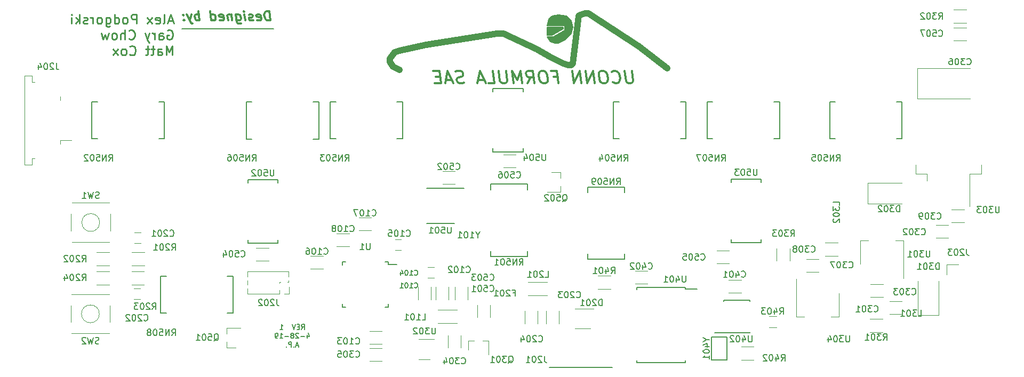
<source format=gbo>
G04 #@! TF.GenerationSoftware,KiCad,Pcbnew,(5.0.2)-1*
G04 #@! TF.CreationDate,2019-04-28T17:40:44-04:00*
G04 #@! TF.ProjectId,FSAE Main Panel,46534145-204d-4616-996e-2050616e656c,rev?*
G04 #@! TF.SameCoordinates,Original*
G04 #@! TF.FileFunction,Legend,Bot*
G04 #@! TF.FilePolarity,Positive*
%FSLAX46Y46*%
G04 Gerber Fmt 4.6, Leading zero omitted, Abs format (unit mm)*
G04 Created by KiCad (PCBNEW (5.0.2)-1) date 4/28/2019 5:40:44 PM*
%MOMM*%
%LPD*%
G01*
G04 APERTURE LIST*
%ADD10C,0.200000*%
%ADD11C,0.150000*%
%ADD12C,1.000000*%
%ADD13C,0.250000*%
%ADD14C,0.300000*%
%ADD15C,0.120000*%
G04 APERTURE END LIST*
D10*
X129697619Y-82211904D02*
X129964285Y-81830952D01*
X130154761Y-82211904D02*
X130154761Y-81411904D01*
X129850000Y-81411904D01*
X129773809Y-81450000D01*
X129735714Y-81488095D01*
X129697619Y-81564285D01*
X129697619Y-81678571D01*
X129735714Y-81754761D01*
X129773809Y-81792857D01*
X129850000Y-81830952D01*
X130154761Y-81830952D01*
X129354761Y-81792857D02*
X129088095Y-81792857D01*
X128973809Y-82211904D02*
X129354761Y-82211904D01*
X129354761Y-81411904D01*
X128973809Y-81411904D01*
X128745238Y-81411904D02*
X128478571Y-82211904D01*
X128211904Y-81411904D01*
X126307142Y-82211904D02*
X126764285Y-82211904D01*
X126535714Y-82211904D02*
X126535714Y-81411904D01*
X126611904Y-81526190D01*
X126688095Y-81602380D01*
X126764285Y-81640476D01*
X130611904Y-83078571D02*
X130611904Y-83611904D01*
X130802380Y-82773809D02*
X130992857Y-83345238D01*
X130497619Y-83345238D01*
X130192857Y-83307142D02*
X129583333Y-83307142D01*
X129240476Y-82888095D02*
X129202380Y-82850000D01*
X129126190Y-82811904D01*
X128935714Y-82811904D01*
X128859523Y-82850000D01*
X128821428Y-82888095D01*
X128783333Y-82964285D01*
X128783333Y-83040476D01*
X128821428Y-83154761D01*
X129278571Y-83611904D01*
X128783333Y-83611904D01*
X128326190Y-83154761D02*
X128402380Y-83116666D01*
X128440476Y-83078571D01*
X128478571Y-83002380D01*
X128478571Y-82964285D01*
X128440476Y-82888095D01*
X128402380Y-82850000D01*
X128326190Y-82811904D01*
X128173809Y-82811904D01*
X128097619Y-82850000D01*
X128059523Y-82888095D01*
X128021428Y-82964285D01*
X128021428Y-83002380D01*
X128059523Y-83078571D01*
X128097619Y-83116666D01*
X128173809Y-83154761D01*
X128326190Y-83154761D01*
X128402380Y-83192857D01*
X128440476Y-83230952D01*
X128478571Y-83307142D01*
X128478571Y-83459523D01*
X128440476Y-83535714D01*
X128402380Y-83573809D01*
X128326190Y-83611904D01*
X128173809Y-83611904D01*
X128097619Y-83573809D01*
X128059523Y-83535714D01*
X128021428Y-83459523D01*
X128021428Y-83307142D01*
X128059523Y-83230952D01*
X128097619Y-83192857D01*
X128173809Y-83154761D01*
X127678571Y-83307142D02*
X127069047Y-83307142D01*
X126269047Y-83611904D02*
X126726190Y-83611904D01*
X126497619Y-83611904D02*
X126497619Y-82811904D01*
X126573809Y-82926190D01*
X126650000Y-83002380D01*
X126726190Y-83040476D01*
X125888095Y-83611904D02*
X125735714Y-83611904D01*
X125659523Y-83573809D01*
X125621428Y-83535714D01*
X125545238Y-83421428D01*
X125507142Y-83269047D01*
X125507142Y-82964285D01*
X125545238Y-82888095D01*
X125583333Y-82850000D01*
X125659523Y-82811904D01*
X125811904Y-82811904D01*
X125888095Y-82850000D01*
X125926190Y-82888095D01*
X125964285Y-82964285D01*
X125964285Y-83154761D01*
X125926190Y-83230952D01*
X125888095Y-83269047D01*
X125811904Y-83307142D01*
X125659523Y-83307142D01*
X125583333Y-83269047D01*
X125545238Y-83230952D01*
X125507142Y-83154761D01*
X129221428Y-84783333D02*
X128840476Y-84783333D01*
X129297619Y-85011904D02*
X129030952Y-84211904D01*
X128764285Y-85011904D01*
X128497619Y-84935714D02*
X128459523Y-84973809D01*
X128497619Y-85011904D01*
X128535714Y-84973809D01*
X128497619Y-84935714D01*
X128497619Y-85011904D01*
X128116666Y-85011904D02*
X128116666Y-84211904D01*
X127811904Y-84211904D01*
X127735714Y-84250000D01*
X127697619Y-84288095D01*
X127659523Y-84364285D01*
X127659523Y-84478571D01*
X127697619Y-84554761D01*
X127735714Y-84592857D01*
X127811904Y-84630952D01*
X128116666Y-84630952D01*
X127316666Y-84935714D02*
X127278571Y-84973809D01*
X127316666Y-85011904D01*
X127354761Y-84973809D01*
X127316666Y-84935714D01*
X127316666Y-85011904D01*
D11*
G36*
X168750000Y-34000000D02*
X171500000Y-34000000D01*
X171500000Y-34750000D01*
X169750000Y-35750000D01*
X168750000Y-35750000D01*
X169250000Y-36500000D01*
X170000000Y-36750000D01*
X170500000Y-36750000D01*
X171500000Y-36250000D01*
X172500000Y-35250000D01*
X172750000Y-34250000D01*
X172500000Y-33250000D01*
X171750000Y-32500000D01*
X170500000Y-32250000D01*
X169500000Y-32500000D01*
X169000000Y-33000000D01*
X168750000Y-34000000D01*
G37*
X168750000Y-34000000D02*
X171500000Y-34000000D01*
X171500000Y-34750000D01*
X169750000Y-35750000D01*
X168750000Y-35750000D01*
X169250000Y-36500000D01*
X170000000Y-36750000D01*
X170500000Y-36750000D01*
X171500000Y-36250000D01*
X172500000Y-35250000D01*
X172750000Y-34250000D01*
X172500000Y-33250000D01*
X171750000Y-32500000D01*
X170500000Y-32250000D01*
X169500000Y-32500000D01*
X169000000Y-33000000D01*
X168750000Y-34000000D01*
G36*
X168750000Y-35500000D02*
X168750000Y-34250000D01*
X171250000Y-34250000D01*
X171250000Y-34500000D01*
X169500000Y-35500000D01*
X168750000Y-35500000D01*
G37*
X168750000Y-35500000D02*
X168750000Y-34250000D01*
X171250000Y-34250000D01*
X171250000Y-34500000D01*
X169500000Y-35500000D01*
X168750000Y-35500000D01*
D12*
X183250000Y-37250000D02*
X187750000Y-40750000D01*
X175250000Y-32000000D02*
X183250000Y-37250000D01*
X174750000Y-32000000D02*
X175250000Y-32000000D01*
X174000000Y-32250000D02*
X174750000Y-32000000D01*
X173750000Y-32500000D02*
X174000000Y-32250000D01*
X161750000Y-35250000D02*
X167000000Y-37750000D01*
X149500000Y-37000000D02*
X160750000Y-35250000D01*
X172750000Y-40000000D02*
X173750000Y-32500000D01*
X172500000Y-40250000D02*
X172750000Y-40000000D01*
X172000000Y-40250000D02*
X172500000Y-40250000D01*
X171250000Y-40000000D02*
X172000000Y-40250000D01*
X169250000Y-39000000D02*
X171250000Y-40000000D01*
X167000000Y-37750000D02*
X169250000Y-39000000D01*
X161000000Y-35250000D02*
X161750000Y-35250000D01*
X145250000Y-38000000D02*
X149500000Y-37000000D01*
X144500000Y-38250000D02*
X145250000Y-38000000D01*
X143750000Y-39750000D02*
X143750000Y-39250000D01*
X143750000Y-39250000D02*
X144500000Y-38250000D01*
X144250000Y-40500000D02*
X143750000Y-39750000D01*
X144250000Y-40500000D02*
X145250000Y-41000000D01*
D10*
X125250000Y-34500000D02*
X110750000Y-34500000D01*
D13*
X109301785Y-33250000D02*
X108587500Y-33250000D01*
X109444642Y-33678571D02*
X108944642Y-32178571D01*
X108444642Y-33678571D01*
X107730357Y-33678571D02*
X107873214Y-33607142D01*
X107944642Y-33464285D01*
X107944642Y-32178571D01*
X106587500Y-33607142D02*
X106730357Y-33678571D01*
X107016071Y-33678571D01*
X107158928Y-33607142D01*
X107230357Y-33464285D01*
X107230357Y-32892857D01*
X107158928Y-32750000D01*
X107016071Y-32678571D01*
X106730357Y-32678571D01*
X106587500Y-32750000D01*
X106516071Y-32892857D01*
X106516071Y-33035714D01*
X107230357Y-33178571D01*
X106016071Y-33678571D02*
X105230357Y-32678571D01*
X106016071Y-32678571D02*
X105230357Y-33678571D01*
X103516071Y-33678571D02*
X103516071Y-32178571D01*
X102944642Y-32178571D01*
X102801785Y-32250000D01*
X102730357Y-32321428D01*
X102658928Y-32464285D01*
X102658928Y-32678571D01*
X102730357Y-32821428D01*
X102801785Y-32892857D01*
X102944642Y-32964285D01*
X103516071Y-32964285D01*
X101801785Y-33678571D02*
X101944642Y-33607142D01*
X102016071Y-33535714D01*
X102087500Y-33392857D01*
X102087500Y-32964285D01*
X102016071Y-32821428D01*
X101944642Y-32750000D01*
X101801785Y-32678571D01*
X101587500Y-32678571D01*
X101444642Y-32750000D01*
X101373214Y-32821428D01*
X101301785Y-32964285D01*
X101301785Y-33392857D01*
X101373214Y-33535714D01*
X101444642Y-33607142D01*
X101587500Y-33678571D01*
X101801785Y-33678571D01*
X100016071Y-33678571D02*
X100016071Y-32178571D01*
X100016071Y-33607142D02*
X100158928Y-33678571D01*
X100444642Y-33678571D01*
X100587500Y-33607142D01*
X100658928Y-33535714D01*
X100730357Y-33392857D01*
X100730357Y-32964285D01*
X100658928Y-32821428D01*
X100587500Y-32750000D01*
X100444642Y-32678571D01*
X100158928Y-32678571D01*
X100016071Y-32750000D01*
X98658928Y-32678571D02*
X98658928Y-33892857D01*
X98730357Y-34035714D01*
X98801785Y-34107142D01*
X98944642Y-34178571D01*
X99158928Y-34178571D01*
X99301785Y-34107142D01*
X98658928Y-33607142D02*
X98801785Y-33678571D01*
X99087500Y-33678571D01*
X99230357Y-33607142D01*
X99301785Y-33535714D01*
X99373214Y-33392857D01*
X99373214Y-32964285D01*
X99301785Y-32821428D01*
X99230357Y-32750000D01*
X99087500Y-32678571D01*
X98801785Y-32678571D01*
X98658928Y-32750000D01*
X97730357Y-33678571D02*
X97873214Y-33607142D01*
X97944642Y-33535714D01*
X98016071Y-33392857D01*
X98016071Y-32964285D01*
X97944642Y-32821428D01*
X97873214Y-32750000D01*
X97730357Y-32678571D01*
X97516071Y-32678571D01*
X97373214Y-32750000D01*
X97301785Y-32821428D01*
X97230357Y-32964285D01*
X97230357Y-33392857D01*
X97301785Y-33535714D01*
X97373214Y-33607142D01*
X97516071Y-33678571D01*
X97730357Y-33678571D01*
X96587500Y-33678571D02*
X96587500Y-32678571D01*
X96587500Y-32964285D02*
X96516071Y-32821428D01*
X96444642Y-32750000D01*
X96301785Y-32678571D01*
X96158928Y-32678571D01*
X95730357Y-33607142D02*
X95587500Y-33678571D01*
X95301785Y-33678571D01*
X95158928Y-33607142D01*
X95087500Y-33464285D01*
X95087500Y-33392857D01*
X95158928Y-33250000D01*
X95301785Y-33178571D01*
X95516071Y-33178571D01*
X95658928Y-33107142D01*
X95730357Y-32964285D01*
X95730357Y-32892857D01*
X95658928Y-32750000D01*
X95516071Y-32678571D01*
X95301785Y-32678571D01*
X95158928Y-32750000D01*
X94444642Y-33678571D02*
X94444642Y-32178571D01*
X94301785Y-33107142D02*
X93873214Y-33678571D01*
X93873214Y-32678571D02*
X94444642Y-33250000D01*
X93230357Y-33678571D02*
X93230357Y-32678571D01*
X93230357Y-32178571D02*
X93301785Y-32250000D01*
X93230357Y-32321428D01*
X93158928Y-32250000D01*
X93230357Y-32178571D01*
X93230357Y-32321428D01*
X108444642Y-34750000D02*
X108587500Y-34678571D01*
X108801785Y-34678571D01*
X109016071Y-34750000D01*
X109158928Y-34892857D01*
X109230357Y-35035714D01*
X109301785Y-35321428D01*
X109301785Y-35535714D01*
X109230357Y-35821428D01*
X109158928Y-35964285D01*
X109016071Y-36107142D01*
X108801785Y-36178571D01*
X108658928Y-36178571D01*
X108444642Y-36107142D01*
X108373214Y-36035714D01*
X108373214Y-35535714D01*
X108658928Y-35535714D01*
X107087500Y-36178571D02*
X107087500Y-35392857D01*
X107158928Y-35250000D01*
X107301785Y-35178571D01*
X107587500Y-35178571D01*
X107730357Y-35250000D01*
X107087500Y-36107142D02*
X107230357Y-36178571D01*
X107587500Y-36178571D01*
X107730357Y-36107142D01*
X107801785Y-35964285D01*
X107801785Y-35821428D01*
X107730357Y-35678571D01*
X107587500Y-35607142D01*
X107230357Y-35607142D01*
X107087500Y-35535714D01*
X106373214Y-36178571D02*
X106373214Y-35178571D01*
X106373214Y-35464285D02*
X106301785Y-35321428D01*
X106230357Y-35250000D01*
X106087500Y-35178571D01*
X105944642Y-35178571D01*
X105587500Y-35178571D02*
X105230357Y-36178571D01*
X104873214Y-35178571D02*
X105230357Y-36178571D01*
X105373214Y-36535714D01*
X105444642Y-36607142D01*
X105587500Y-36678571D01*
X102301785Y-36035714D02*
X102373214Y-36107142D01*
X102587500Y-36178571D01*
X102730357Y-36178571D01*
X102944642Y-36107142D01*
X103087500Y-35964285D01*
X103158928Y-35821428D01*
X103230357Y-35535714D01*
X103230357Y-35321428D01*
X103158928Y-35035714D01*
X103087500Y-34892857D01*
X102944642Y-34750000D01*
X102730357Y-34678571D01*
X102587500Y-34678571D01*
X102373214Y-34750000D01*
X102301785Y-34821428D01*
X101658928Y-36178571D02*
X101658928Y-34678571D01*
X101016071Y-36178571D02*
X101016071Y-35392857D01*
X101087500Y-35250000D01*
X101230357Y-35178571D01*
X101444642Y-35178571D01*
X101587500Y-35250000D01*
X101658928Y-35321428D01*
X100087500Y-36178571D02*
X100230357Y-36107142D01*
X100301785Y-36035714D01*
X100373214Y-35892857D01*
X100373214Y-35464285D01*
X100301785Y-35321428D01*
X100230357Y-35250000D01*
X100087500Y-35178571D01*
X99873214Y-35178571D01*
X99730357Y-35250000D01*
X99658928Y-35321428D01*
X99587500Y-35464285D01*
X99587500Y-35892857D01*
X99658928Y-36035714D01*
X99730357Y-36107142D01*
X99873214Y-36178571D01*
X100087500Y-36178571D01*
X99087500Y-35178571D02*
X98801785Y-36178571D01*
X98516071Y-35464285D01*
X98230357Y-36178571D01*
X97944642Y-35178571D01*
X109230357Y-38678571D02*
X109230357Y-37178571D01*
X108730357Y-38250000D01*
X108230357Y-37178571D01*
X108230357Y-38678571D01*
X106873214Y-38678571D02*
X106873214Y-37892857D01*
X106944642Y-37750000D01*
X107087500Y-37678571D01*
X107373214Y-37678571D01*
X107516071Y-37750000D01*
X106873214Y-38607142D02*
X107016071Y-38678571D01*
X107373214Y-38678571D01*
X107516071Y-38607142D01*
X107587500Y-38464285D01*
X107587500Y-38321428D01*
X107516071Y-38178571D01*
X107373214Y-38107142D01*
X107016071Y-38107142D01*
X106873214Y-38035714D01*
X106373214Y-37678571D02*
X105801785Y-37678571D01*
X106158928Y-37178571D02*
X106158928Y-38464285D01*
X106087500Y-38607142D01*
X105944642Y-38678571D01*
X105801785Y-38678571D01*
X105516071Y-37678571D02*
X104944642Y-37678571D01*
X105301785Y-37178571D02*
X105301785Y-38464285D01*
X105230357Y-38607142D01*
X105087500Y-38678571D01*
X104944642Y-38678571D01*
X102444642Y-38535714D02*
X102516071Y-38607142D01*
X102730357Y-38678571D01*
X102873214Y-38678571D01*
X103087500Y-38607142D01*
X103230357Y-38464285D01*
X103301785Y-38321428D01*
X103373214Y-38035714D01*
X103373214Y-37821428D01*
X103301785Y-37535714D01*
X103230357Y-37392857D01*
X103087500Y-37250000D01*
X102873214Y-37178571D01*
X102730357Y-37178571D01*
X102516071Y-37250000D01*
X102444642Y-37321428D01*
X101587500Y-38678571D02*
X101730357Y-38607142D01*
X101801785Y-38535714D01*
X101873214Y-38392857D01*
X101873214Y-37964285D01*
X101801785Y-37821428D01*
X101730357Y-37750000D01*
X101587500Y-37678571D01*
X101373214Y-37678571D01*
X101230357Y-37750000D01*
X101158928Y-37821428D01*
X101087500Y-37964285D01*
X101087500Y-38392857D01*
X101158928Y-38535714D01*
X101230357Y-38607142D01*
X101373214Y-38678571D01*
X101587500Y-38678571D01*
X100587500Y-38678571D02*
X99801785Y-37678571D01*
X100587500Y-37678571D02*
X99801785Y-38678571D01*
D14*
X124763214Y-33178571D02*
X124575714Y-31678571D01*
X124218571Y-31678571D01*
X124013214Y-31750000D01*
X123888214Y-31892857D01*
X123834642Y-32035714D01*
X123798928Y-32321428D01*
X123825714Y-32535714D01*
X123932857Y-32821428D01*
X124022142Y-32964285D01*
X124182857Y-33107142D01*
X124406071Y-33178571D01*
X124763214Y-33178571D01*
X122682857Y-33107142D02*
X122834642Y-33178571D01*
X123120357Y-33178571D01*
X123254285Y-33107142D01*
X123307857Y-32964285D01*
X123236428Y-32392857D01*
X123147142Y-32250000D01*
X122995357Y-32178571D01*
X122709642Y-32178571D01*
X122575714Y-32250000D01*
X122522142Y-32392857D01*
X122540000Y-32535714D01*
X123272142Y-32678571D01*
X122040000Y-33107142D02*
X121906071Y-33178571D01*
X121620357Y-33178571D01*
X121468571Y-33107142D01*
X121379285Y-32964285D01*
X121370357Y-32892857D01*
X121423928Y-32750000D01*
X121557857Y-32678571D01*
X121772142Y-32678571D01*
X121906071Y-32607142D01*
X121959642Y-32464285D01*
X121950714Y-32392857D01*
X121861428Y-32250000D01*
X121709642Y-32178571D01*
X121495357Y-32178571D01*
X121361428Y-32250000D01*
X120763214Y-33178571D02*
X120638214Y-32178571D01*
X120575714Y-31678571D02*
X120656071Y-31750000D01*
X120593571Y-31821428D01*
X120513214Y-31750000D01*
X120575714Y-31678571D01*
X120593571Y-31821428D01*
X119281071Y-32178571D02*
X119432857Y-33392857D01*
X119522142Y-33535714D01*
X119602500Y-33607142D01*
X119754285Y-33678571D01*
X119968571Y-33678571D01*
X120102500Y-33607142D01*
X119397142Y-33107142D02*
X119548928Y-33178571D01*
X119834642Y-33178571D01*
X119968571Y-33107142D01*
X120031071Y-33035714D01*
X120084642Y-32892857D01*
X120031071Y-32464285D01*
X119941785Y-32321428D01*
X119861428Y-32250000D01*
X119709642Y-32178571D01*
X119423928Y-32178571D01*
X119290000Y-32250000D01*
X118566785Y-32178571D02*
X118691785Y-33178571D01*
X118584642Y-32321428D02*
X118504285Y-32250000D01*
X118352500Y-32178571D01*
X118138214Y-32178571D01*
X118004285Y-32250000D01*
X117950714Y-32392857D01*
X118048928Y-33178571D01*
X116754285Y-33107142D02*
X116906071Y-33178571D01*
X117191785Y-33178571D01*
X117325714Y-33107142D01*
X117379285Y-32964285D01*
X117307857Y-32392857D01*
X117218571Y-32250000D01*
X117066785Y-32178571D01*
X116781071Y-32178571D01*
X116647142Y-32250000D01*
X116593571Y-32392857D01*
X116611428Y-32535714D01*
X117343571Y-32678571D01*
X115406071Y-33178571D02*
X115218571Y-31678571D01*
X115397142Y-33107142D02*
X115548928Y-33178571D01*
X115834642Y-33178571D01*
X115968571Y-33107142D01*
X116031071Y-33035714D01*
X116084642Y-32892857D01*
X116031071Y-32464285D01*
X115941785Y-32321428D01*
X115861428Y-32250000D01*
X115709642Y-32178571D01*
X115423928Y-32178571D01*
X115290000Y-32250000D01*
X113548928Y-33178571D02*
X113361428Y-31678571D01*
X113432857Y-32250000D02*
X113281071Y-32178571D01*
X112995357Y-32178571D01*
X112861428Y-32250000D01*
X112798928Y-32321428D01*
X112745357Y-32464285D01*
X112798928Y-32892857D01*
X112888214Y-33035714D01*
X112968571Y-33107142D01*
X113120357Y-33178571D01*
X113406071Y-33178571D01*
X113540000Y-33107142D01*
X112209642Y-32178571D02*
X111977500Y-33178571D01*
X111495357Y-32178571D02*
X111977500Y-33178571D01*
X112165000Y-33535714D01*
X112245357Y-33607142D01*
X112397142Y-33678571D01*
X111031071Y-33035714D02*
X110968571Y-33107142D01*
X111048928Y-33178571D01*
X111111428Y-33107142D01*
X111031071Y-33035714D01*
X111048928Y-33178571D01*
X110932857Y-32250000D02*
X110870357Y-32321428D01*
X110950714Y-32392857D01*
X111013214Y-32321428D01*
X110932857Y-32250000D01*
X110950714Y-32392857D01*
X182164255Y-41154761D02*
X182366636Y-42773809D01*
X182295208Y-42964285D01*
X182211875Y-43059523D01*
X182033303Y-43154761D01*
X181652351Y-43154761D01*
X181449970Y-43059523D01*
X181342827Y-42964285D01*
X181223779Y-42773809D01*
X181021398Y-41154761D01*
X179152351Y-42964285D02*
X179259494Y-43059523D01*
X179557113Y-43154761D01*
X179747589Y-43154761D01*
X180021398Y-43059523D01*
X180188065Y-42869047D01*
X180259494Y-42678571D01*
X180307113Y-42297619D01*
X180271398Y-42011904D01*
X180128541Y-41630952D01*
X180009494Y-41440476D01*
X179795208Y-41250000D01*
X179497589Y-41154761D01*
X179307113Y-41154761D01*
X179033303Y-41250000D01*
X178949970Y-41345238D01*
X177688065Y-41154761D02*
X177307113Y-41154761D01*
X177128541Y-41250000D01*
X176961875Y-41440476D01*
X176914255Y-41821428D01*
X176997589Y-42488095D01*
X177140446Y-42869047D01*
X177354732Y-43059523D01*
X177557113Y-43154761D01*
X177938065Y-43154761D01*
X178116636Y-43059523D01*
X178283303Y-42869047D01*
X178330922Y-42488095D01*
X178247589Y-41821428D01*
X178104732Y-41440476D01*
X177890446Y-41250000D01*
X177688065Y-41154761D01*
X176223779Y-43154761D02*
X175973779Y-41154761D01*
X175080922Y-43154761D01*
X174830922Y-41154761D01*
X174128541Y-43154761D02*
X173878541Y-41154761D01*
X172985684Y-43154761D01*
X172735684Y-41154761D01*
X169711875Y-42107142D02*
X170378541Y-42107142D01*
X170509494Y-43154761D02*
X170259494Y-41154761D01*
X169307113Y-41154761D01*
X168164255Y-41154761D02*
X167783303Y-41154761D01*
X167604732Y-41250000D01*
X167438065Y-41440476D01*
X167390446Y-41821428D01*
X167473779Y-42488095D01*
X167616636Y-42869047D01*
X167830922Y-43059523D01*
X168033303Y-43154761D01*
X168414255Y-43154761D01*
X168592827Y-43059523D01*
X168759494Y-42869047D01*
X168807113Y-42488095D01*
X168723779Y-41821428D01*
X168580922Y-41440476D01*
X168366636Y-41250000D01*
X168164255Y-41154761D01*
X165557113Y-43154761D02*
X166104732Y-42202380D01*
X166699970Y-43154761D02*
X166449970Y-41154761D01*
X165688065Y-41154761D01*
X165509494Y-41250000D01*
X165426160Y-41345238D01*
X165354732Y-41535714D01*
X165390446Y-41821428D01*
X165509494Y-42011904D01*
X165616636Y-42107142D01*
X165819017Y-42202380D01*
X166580922Y-42202380D01*
X164699970Y-43154761D02*
X164449970Y-41154761D01*
X163961875Y-42583333D01*
X163116636Y-41154761D01*
X163366636Y-43154761D01*
X162164255Y-41154761D02*
X162366636Y-42773809D01*
X162295208Y-42964285D01*
X162211875Y-43059523D01*
X162033303Y-43154761D01*
X161652351Y-43154761D01*
X161449970Y-43059523D01*
X161342827Y-42964285D01*
X161223779Y-42773809D01*
X161021398Y-41154761D01*
X159366636Y-43154761D02*
X160319017Y-43154761D01*
X160069017Y-41154761D01*
X158723779Y-42583333D02*
X157771398Y-42583333D01*
X158985684Y-43154761D02*
X158069017Y-41154761D01*
X157652351Y-43154761D01*
X155545208Y-43059523D02*
X155271398Y-43154761D01*
X154795208Y-43154761D01*
X154592827Y-43059523D01*
X154485684Y-42964285D01*
X154366636Y-42773809D01*
X154342827Y-42583333D01*
X154414255Y-42392857D01*
X154497589Y-42297619D01*
X154676160Y-42202380D01*
X155045208Y-42107142D01*
X155223779Y-42011904D01*
X155307113Y-41916666D01*
X155378541Y-41726190D01*
X155354732Y-41535714D01*
X155235684Y-41345238D01*
X155128541Y-41250000D01*
X154926160Y-41154761D01*
X154449970Y-41154761D01*
X154176160Y-41250000D01*
X153580922Y-42583333D02*
X152628541Y-42583333D01*
X153842827Y-43154761D02*
X152926160Y-41154761D01*
X152509494Y-43154761D01*
X151711875Y-42107142D02*
X151045208Y-42107142D01*
X150890446Y-43154761D02*
X151842827Y-43154761D01*
X151592827Y-41154761D01*
X150640446Y-41154761D01*
D11*
G04 #@! TO.C,RN501*
X159700000Y-70680000D02*
X159700000Y-69780000D01*
X165600000Y-70680000D02*
X159700000Y-70680000D01*
X165600000Y-69780000D02*
X165600000Y-70680000D01*
X159700000Y-59170000D02*
X159700000Y-60080000D01*
X165600000Y-59170000D02*
X159700000Y-59170000D01*
X165600000Y-60080000D02*
X165600000Y-59170000D01*
D15*
G04 #@! TO.C,D302*
X219600000Y-62250000D02*
X225000000Y-62250000D01*
X219600000Y-58950000D02*
X225000000Y-58950000D01*
X219600000Y-62250000D02*
X219600000Y-58950000D01*
G04 #@! TO.C,U303*
X237600000Y-56050000D02*
X237600000Y-57550000D01*
X237600000Y-57550000D02*
X235790000Y-57550000D01*
X235790000Y-57550000D02*
X235790000Y-62675000D01*
X227200000Y-56050000D02*
X227200000Y-57550000D01*
X227200000Y-57550000D02*
X229010000Y-57550000D01*
X229010000Y-57550000D02*
X229010000Y-58650000D01*
G04 #@! TO.C,J203*
X232150000Y-73500000D02*
X232150000Y-71950000D01*
X232150000Y-71950000D02*
X234000000Y-71950000D01*
D11*
G04 #@! TO.C,RN509*
X175124000Y-70200000D02*
X175124000Y-71110000D01*
X175124000Y-71110000D02*
X181024000Y-71110000D01*
X181024000Y-71110000D02*
X181024000Y-70200000D01*
X175124000Y-60500000D02*
X175124000Y-59600000D01*
X175124000Y-59600000D02*
X181024000Y-59600000D01*
X181024000Y-59600000D02*
X181024000Y-60500000D01*
D15*
G04 #@! TO.C,Q501*
X117840000Y-85130000D02*
X117840000Y-84200000D01*
X117840000Y-81970000D02*
X117840000Y-82900000D01*
X117840000Y-81970000D02*
X120000000Y-81970000D01*
X117840000Y-85130000D02*
X119300000Y-85130000D01*
G04 #@! TO.C,Q502*
X170850000Y-57270000D02*
X169390000Y-57270000D01*
X170850000Y-60430000D02*
X168690000Y-60430000D01*
X170850000Y-60430000D02*
X170850000Y-59500000D01*
X170850000Y-57270000D02*
X170850000Y-58200000D01*
D11*
G04 #@! TO.C,U401*
X190675000Y-75568511D02*
X190675000Y-75818511D01*
X182925000Y-75568511D02*
X182925000Y-75913511D01*
X182925000Y-87468511D02*
X182925000Y-87123511D01*
X190675000Y-87468511D02*
X190675000Y-87123511D01*
X190675000Y-75568511D02*
X182925000Y-75568511D01*
X190675000Y-87468511D02*
X182925000Y-87468511D01*
X190675000Y-75818511D02*
X192500000Y-75818511D01*
G04 #@! TO.C,J201*
X179050000Y-88280000D02*
X169050000Y-88280000D01*
G04 #@! TO.C,U503*
X202700000Y-58350000D02*
X202700000Y-58900000D01*
X197900000Y-58350000D02*
X202700000Y-58350000D01*
X197900000Y-58900000D02*
X197900000Y-58350000D01*
X197900000Y-68450000D02*
X197900000Y-67900000D01*
X202700000Y-68450000D02*
X197900000Y-68450000D01*
X202700000Y-67900000D02*
X202700000Y-68450000D01*
G04 #@! TO.C,U504*
X164900000Y-43940000D02*
X164900000Y-44490000D01*
X160100000Y-43940000D02*
X164900000Y-43940000D01*
X160100000Y-44490000D02*
X160100000Y-43940000D01*
X160100000Y-54040000D02*
X160100000Y-53490000D01*
X164900000Y-54040000D02*
X160100000Y-54040000D01*
X164900000Y-53490000D02*
X164900000Y-54040000D01*
G04 #@! TO.C,Y401*
X194826517Y-83467399D02*
X194826517Y-87067399D01*
X197226517Y-87067399D02*
X197226517Y-83467399D01*
X194826517Y-87067399D02*
X197226517Y-87067399D01*
X197226517Y-83467399D02*
X194826517Y-83467399D01*
G04 #@! TO.C,U502*
X126000000Y-58450000D02*
X126000000Y-59000000D01*
X121200000Y-58450000D02*
X126000000Y-58450000D01*
X121200000Y-59000000D02*
X121200000Y-58450000D01*
X121200000Y-68550000D02*
X121200000Y-68000000D01*
X126000000Y-68550000D02*
X121200000Y-68550000D01*
X126000000Y-68000000D02*
X126000000Y-68550000D01*
D15*
G04 #@! TO.C,C101*
X150270000Y-75475000D02*
X150270000Y-77475000D01*
X148230000Y-77475000D02*
X148230000Y-75475000D01*
G04 #@! TO.C,C102*
X150980000Y-77475000D02*
X150980000Y-75475000D01*
X153020000Y-75475000D02*
X153020000Y-77475000D01*
G04 #@! TO.C,C103*
X142500000Y-84570000D02*
X140500000Y-84570000D01*
X140500000Y-82530000D02*
X142500000Y-82530000D01*
G04 #@! TO.C,C104*
X150750000Y-74000000D02*
X149750000Y-74000000D01*
X149750000Y-72300000D02*
X150750000Y-72300000D01*
G04 #@! TO.C,C105*
X145550000Y-69650000D02*
X144550000Y-69650000D01*
X144550000Y-67950000D02*
X145550000Y-67950000D01*
G04 #@! TO.C,C106*
X133150000Y-72620000D02*
X131150000Y-72620000D01*
X131150000Y-70580000D02*
X133150000Y-70580000D01*
G04 #@! TO.C,C107*
X138800000Y-64480000D02*
X140800000Y-64480000D01*
X140800000Y-66520000D02*
X138800000Y-66520000D01*
G04 #@! TO.C,C108*
X137300000Y-69020000D02*
X135300000Y-69020000D01*
X135300000Y-66980000D02*
X137300000Y-66980000D01*
G04 #@! TO.C,C201*
X104200000Y-68550000D02*
X103200000Y-68550000D01*
X103200000Y-66850000D02*
X104200000Y-66850000D01*
G04 #@! TO.C,C202*
X103100000Y-75700000D02*
X104100000Y-75700000D01*
X104100000Y-77400000D02*
X103100000Y-77400000D01*
G04 #@! TO.C,C203*
X170570000Y-79300000D02*
X170570000Y-81300000D01*
X168530000Y-81300000D02*
X168530000Y-79300000D01*
G04 #@! TO.C,C204*
X165180000Y-81300000D02*
X165180000Y-79300000D01*
X167220000Y-79300000D02*
X167220000Y-81300000D01*
G04 #@! TO.C,C301*
X225050000Y-79820000D02*
X223050000Y-79820000D01*
X223050000Y-77780000D02*
X225050000Y-77780000D01*
G04 #@! TO.C,C302*
X230400000Y-65680000D02*
X232400000Y-65680000D01*
X232400000Y-67720000D02*
X230400000Y-67720000D01*
G04 #@! TO.C,C303*
X222050000Y-77120000D02*
X220050000Y-77120000D01*
X220050000Y-75080000D02*
X222050000Y-75080000D01*
G04 #@! TO.C,C304*
X152930000Y-85150000D02*
X152930000Y-83150000D01*
X154970000Y-83150000D02*
X154970000Y-85150000D01*
G04 #@! TO.C,C305*
X140500000Y-85230000D02*
X142500000Y-85230000D01*
X142500000Y-87270000D02*
X140500000Y-87270000D01*
G04 #@! TO.C,C306*
X227450000Y-45600000D02*
X227450000Y-40800000D01*
X227450000Y-40800000D02*
X235850000Y-40800000D01*
X227450000Y-45600000D02*
X235850000Y-45600000D01*
G04 #@! TO.C,C501*
X157655000Y-80325000D02*
X157655000Y-78325000D01*
X159695000Y-78325000D02*
X159695000Y-80325000D01*
G04 #@! TO.C,C502*
X154100000Y-59145000D02*
X152100000Y-59145000D01*
X152100000Y-57105000D02*
X154100000Y-57105000D01*
G04 #@! TO.C,C503*
X154080000Y-77500000D02*
X154080000Y-75500000D01*
X156120000Y-75500000D02*
X156120000Y-77500000D01*
G04 #@! TO.C,C504*
X122500000Y-69280000D02*
X124500000Y-69280000D01*
X124500000Y-71320000D02*
X122500000Y-71320000D01*
G04 #@! TO.C,C505*
X197600000Y-71720000D02*
X195600000Y-71720000D01*
X195600000Y-69680000D02*
X197600000Y-69680000D01*
G04 #@! TO.C,C506*
X161750000Y-54480000D02*
X163750000Y-54480000D01*
X163750000Y-56520000D02*
X161750000Y-56520000D01*
G04 #@! TO.C,D201*
X173150000Y-78950000D02*
X176100000Y-78950000D01*
X175550000Y-82050000D02*
X173150000Y-82050000D01*
G04 #@! TO.C,D301*
X230900000Y-79950000D02*
X230900000Y-74550000D01*
X227600000Y-79950000D02*
X227600000Y-74550000D01*
X230900000Y-79950000D02*
X227600000Y-79950000D01*
G04 #@! TO.C,J202*
X127710000Y-76580000D02*
X127710000Y-75450000D01*
X126950000Y-76580000D02*
X127710000Y-76580000D01*
X127645000Y-73872470D02*
X127645000Y-73050000D01*
X127645000Y-74690000D02*
X127645000Y-74487530D01*
X127513471Y-74690000D02*
X127645000Y-74690000D01*
X126243471Y-74690000D02*
X126386529Y-74690000D01*
X126190000Y-74886529D02*
X126190000Y-74743471D01*
X126190000Y-76580000D02*
X126190000Y-76013471D01*
X127645000Y-73050000D02*
X121175000Y-73050000D01*
X126190000Y-76580000D02*
X121175000Y-76580000D01*
X121175000Y-75142470D02*
X121175000Y-74487530D01*
X121175000Y-73872470D02*
X121175000Y-73050000D01*
X121175000Y-76580000D02*
X121175000Y-75757530D01*
G04 #@! TO.C,J204*
X91420000Y-45835000D02*
X91420000Y-45210000D01*
X91420000Y-52165000D02*
X93220000Y-52165000D01*
X91420000Y-52790000D02*
X91420000Y-52165000D01*
X86910000Y-55055000D02*
X87340000Y-55055000D01*
X86910000Y-56080000D02*
X86910000Y-55055000D01*
X85780000Y-56080000D02*
X86910000Y-56080000D01*
X85780000Y-41920000D02*
X85780000Y-56080000D01*
X86910000Y-41920000D02*
X85780000Y-41920000D01*
X86910000Y-42945000D02*
X86910000Y-41920000D01*
X87340000Y-42945000D02*
X86910000Y-42945000D01*
G04 #@! TO.C,L101*
X151375000Y-81245000D02*
X154375000Y-81245000D01*
X154375000Y-79105000D02*
X151375000Y-79105000D01*
G04 #@! TO.C,L201*
X168700000Y-74680000D02*
X165700000Y-74680000D01*
X165700000Y-76820000D02*
X168700000Y-76820000D01*
G04 #@! TO.C,Q301*
X156220000Y-84040000D02*
X156220000Y-85500000D01*
X159380000Y-84040000D02*
X159380000Y-86200000D01*
X159380000Y-84040000D02*
X158450000Y-84040000D01*
X156220000Y-84040000D02*
X157150000Y-84040000D01*
G04 #@! TO.C,R201*
X102800000Y-72120000D02*
X104800000Y-72120000D01*
X104800000Y-69980000D02*
X102800000Y-69980000D01*
G04 #@! TO.C,R202*
X99200000Y-69980000D02*
X97200000Y-69980000D01*
X97200000Y-72120000D02*
X99200000Y-72120000D01*
G04 #@! TO.C,R203*
X102750000Y-75120000D02*
X104750000Y-75120000D01*
X104750000Y-72980000D02*
X102750000Y-72980000D01*
G04 #@! TO.C,R204*
X99200000Y-72980000D02*
X97200000Y-72980000D01*
X97200000Y-75120000D02*
X99200000Y-75120000D01*
G04 #@! TO.C,R401*
X178750000Y-73680000D02*
X176750000Y-73680000D01*
X176750000Y-75820000D02*
X178750000Y-75820000D01*
G04 #@! TO.C,R402*
X199500000Y-87070000D02*
X201500000Y-87070000D01*
X201500000Y-84930000D02*
X199500000Y-84930000D01*
G04 #@! TO.C,SW1*
X93130000Y-63910000D02*
X93130000Y-66590000D01*
X99370000Y-66590000D02*
X99370000Y-63910000D01*
X99220000Y-62130000D02*
X93280000Y-62130000D01*
X99220000Y-68370000D02*
X93280000Y-68370000D01*
X97664214Y-65250000D02*
G75*
G03X97664214Y-65250000I-1414214J0D01*
G01*
G04 #@! TO.C,SW2*
X97614214Y-79750000D02*
G75*
G03X97614214Y-79750000I-1414214J0D01*
G01*
X93230000Y-76630000D02*
X99170000Y-76630000D01*
X93230000Y-82870000D02*
X99170000Y-82870000D01*
X93080000Y-78410000D02*
X93080000Y-81090000D01*
X99320000Y-81090000D02*
X99320000Y-78410000D01*
D11*
G04 #@! TO.C,U1*
X143475000Y-71900000D02*
X144850000Y-71900000D01*
X136225000Y-71475000D02*
X136750000Y-71475000D01*
X136225000Y-78725000D02*
X136750000Y-78725000D01*
X143475000Y-78725000D02*
X142950000Y-78725000D01*
X143475000Y-71475000D02*
X142950000Y-71475000D01*
X143475000Y-78725000D02*
X143475000Y-78200000D01*
X136225000Y-78725000D02*
X136225000Y-78200000D01*
X136225000Y-71475000D02*
X136225000Y-72000000D01*
X143475000Y-71475000D02*
X143475000Y-71900000D01*
D15*
G04 #@! TO.C,U302*
X148300000Y-83790000D02*
X150750000Y-83790000D01*
X150100000Y-87010000D02*
X148300000Y-87010000D01*
D11*
G04 #@! TO.C,U402*
X196725000Y-82725000D02*
X195325000Y-82725000D01*
X196725000Y-77625000D02*
X200875000Y-77625000D01*
X196725000Y-82775000D02*
X200875000Y-82775000D01*
X196725000Y-77625000D02*
X196725000Y-77770000D01*
X200875000Y-77625000D02*
X200875000Y-77770000D01*
X200875000Y-82775000D02*
X200875000Y-82630000D01*
X196725000Y-82775000D02*
X196725000Y-82725000D01*
G04 #@! TO.C,U501*
X155535000Y-59850000D02*
X149560000Y-59850000D01*
X153960000Y-65375000D02*
X149560000Y-65375000D01*
G04 #@! TO.C,RN502*
X107050000Y-51950000D02*
X107960000Y-51950000D01*
X107960000Y-51950000D02*
X107960000Y-46050000D01*
X107960000Y-46050000D02*
X107050000Y-46050000D01*
X97350000Y-51950000D02*
X96450000Y-51950000D01*
X96450000Y-51950000D02*
X96450000Y-46050000D01*
X96450000Y-46050000D02*
X97350000Y-46050000D01*
G04 #@! TO.C,RN503*
X134250000Y-46050000D02*
X135150000Y-46050000D01*
X134250000Y-51950000D02*
X134250000Y-46050000D01*
X135150000Y-51950000D02*
X134250000Y-51950000D01*
X145760000Y-46050000D02*
X144850000Y-46050000D01*
X145760000Y-51950000D02*
X145760000Y-46050000D01*
X144850000Y-51950000D02*
X145760000Y-51950000D01*
G04 #@! TO.C,RN504*
X179250000Y-46050000D02*
X180150000Y-46050000D01*
X179250000Y-51950000D02*
X179250000Y-46050000D01*
X180150000Y-51950000D02*
X179250000Y-51950000D01*
X190760000Y-46050000D02*
X189850000Y-46050000D01*
X190760000Y-51950000D02*
X190760000Y-46050000D01*
X189850000Y-51950000D02*
X190760000Y-51950000D01*
G04 #@! TO.C,RN505*
X224150000Y-51950000D02*
X225060000Y-51950000D01*
X225060000Y-51950000D02*
X225060000Y-46050000D01*
X225060000Y-46050000D02*
X224150000Y-46050000D01*
X214450000Y-51950000D02*
X213550000Y-51950000D01*
X213550000Y-51950000D02*
X213550000Y-46050000D01*
X213550000Y-46050000D02*
X214450000Y-46050000D01*
G04 #@! TO.C,RN506*
X131550000Y-52000000D02*
X132460000Y-52000000D01*
X132460000Y-52000000D02*
X132460000Y-46100000D01*
X132460000Y-46100000D02*
X131550000Y-46100000D01*
X121850000Y-52000000D02*
X120950000Y-52000000D01*
X120950000Y-52000000D02*
X120950000Y-46100000D01*
X120950000Y-46100000D02*
X121850000Y-46100000D01*
G04 #@! TO.C,RN507*
X194100000Y-46050000D02*
X195000000Y-46050000D01*
X194100000Y-51950000D02*
X194100000Y-46050000D01*
X195000000Y-51950000D02*
X194100000Y-51950000D01*
X205610000Y-46050000D02*
X204700000Y-46050000D01*
X205610000Y-51950000D02*
X205610000Y-46050000D01*
X204700000Y-51950000D02*
X205610000Y-51950000D01*
G04 #@! TO.C,RN508*
X107350000Y-73750000D02*
X108250000Y-73750000D01*
X107350000Y-79650000D02*
X107350000Y-73750000D01*
X108250000Y-79650000D02*
X107350000Y-79650000D01*
X118860000Y-73750000D02*
X117950000Y-73750000D01*
X118860000Y-79650000D02*
X118860000Y-73750000D01*
X117950000Y-79650000D02*
X118860000Y-79650000D01*
D15*
G04 #@! TO.C,C307*
X209850000Y-71030000D02*
X211850000Y-71030000D01*
X211850000Y-73070000D02*
X209850000Y-73070000D01*
G04 #@! TO.C,C308*
X212850000Y-68480000D02*
X214850000Y-68480000D01*
X214850000Y-70520000D02*
X212850000Y-70520000D01*
G04 #@! TO.C,C309*
X232900000Y-63180000D02*
X234900000Y-63180000D01*
X234900000Y-65220000D02*
X232900000Y-65220000D01*
G04 #@! TO.C,R301*
X219950000Y-82670000D02*
X221950000Y-82670000D01*
X221950000Y-80530000D02*
X219950000Y-80530000D01*
G04 #@! TO.C,R302*
X233250000Y-33570000D02*
X235250000Y-33570000D01*
X235250000Y-31430000D02*
X233250000Y-31430000D01*
G04 #@! TO.C,R303*
X207270000Y-71350000D02*
X207270000Y-69350000D01*
X205130000Y-69350000D02*
X205130000Y-71350000D01*
G04 #@! TO.C,C507*
X235250000Y-36370000D02*
X233250000Y-36370000D01*
X233250000Y-34330000D02*
X235250000Y-34330000D01*
G04 #@! TO.C,C401*
X197500000Y-74380000D02*
X199500000Y-74380000D01*
X199500000Y-76420000D02*
X197500000Y-76420000D01*
G04 #@! TO.C,C402*
X182650000Y-72930000D02*
X184650000Y-72930000D01*
X184650000Y-74970000D02*
X182650000Y-74970000D01*
G04 #@! TO.C,U301*
X225260000Y-74100000D02*
X225260000Y-68090000D01*
X218440000Y-71850000D02*
X218440000Y-68090000D01*
X225260000Y-68090000D02*
X224000000Y-68090000D01*
X218440000Y-68090000D02*
X219700000Y-68090000D01*
G04 #@! TO.C,U304*
X215060000Y-80210000D02*
X213800000Y-80210000D01*
X208240000Y-80210000D02*
X209500000Y-80210000D01*
X215060000Y-76450000D02*
X215060000Y-80210000D01*
X208240000Y-74200000D02*
X208240000Y-80210000D01*
G04 #@! TO.C,R403*
X205100000Y-80120000D02*
X203900000Y-80120000D01*
X203900000Y-81880000D02*
X205100000Y-81880000D01*
G04 #@! TO.C,RN501*
D11*
X164292857Y-71982380D02*
X164626190Y-71506190D01*
X164864285Y-71982380D02*
X164864285Y-70982380D01*
X164483333Y-70982380D01*
X164388095Y-71030000D01*
X164340476Y-71077619D01*
X164292857Y-71172857D01*
X164292857Y-71315714D01*
X164340476Y-71410952D01*
X164388095Y-71458571D01*
X164483333Y-71506190D01*
X164864285Y-71506190D01*
X163864285Y-71982380D02*
X163864285Y-70982380D01*
X163292857Y-71982380D01*
X163292857Y-70982380D01*
X162340476Y-70982380D02*
X162816666Y-70982380D01*
X162864285Y-71458571D01*
X162816666Y-71410952D01*
X162721428Y-71363333D01*
X162483333Y-71363333D01*
X162388095Y-71410952D01*
X162340476Y-71458571D01*
X162292857Y-71553809D01*
X162292857Y-71791904D01*
X162340476Y-71887142D01*
X162388095Y-71934761D01*
X162483333Y-71982380D01*
X162721428Y-71982380D01*
X162816666Y-71934761D01*
X162864285Y-71887142D01*
X161673809Y-70982380D02*
X161578571Y-70982380D01*
X161483333Y-71030000D01*
X161435714Y-71077619D01*
X161388095Y-71172857D01*
X161340476Y-71363333D01*
X161340476Y-71601428D01*
X161388095Y-71791904D01*
X161435714Y-71887142D01*
X161483333Y-71934761D01*
X161578571Y-71982380D01*
X161673809Y-71982380D01*
X161769047Y-71934761D01*
X161816666Y-71887142D01*
X161864285Y-71791904D01*
X161911904Y-71601428D01*
X161911904Y-71363333D01*
X161864285Y-71172857D01*
X161816666Y-71077619D01*
X161769047Y-71030000D01*
X161673809Y-70982380D01*
X160388095Y-71982380D02*
X160959523Y-71982380D01*
X160673809Y-71982380D02*
X160673809Y-70982380D01*
X160769047Y-71125238D01*
X160864285Y-71220476D01*
X160959523Y-71268095D01*
G04 #@! TO.C,D302*
X224690476Y-63552380D02*
X224690476Y-62552380D01*
X224452380Y-62552380D01*
X224309523Y-62600000D01*
X224214285Y-62695238D01*
X224166666Y-62790476D01*
X224119047Y-62980952D01*
X224119047Y-63123809D01*
X224166666Y-63314285D01*
X224214285Y-63409523D01*
X224309523Y-63504761D01*
X224452380Y-63552380D01*
X224690476Y-63552380D01*
X223785714Y-62552380D02*
X223166666Y-62552380D01*
X223500000Y-62933333D01*
X223357142Y-62933333D01*
X223261904Y-62980952D01*
X223214285Y-63028571D01*
X223166666Y-63123809D01*
X223166666Y-63361904D01*
X223214285Y-63457142D01*
X223261904Y-63504761D01*
X223357142Y-63552380D01*
X223642857Y-63552380D01*
X223738095Y-63504761D01*
X223785714Y-63457142D01*
X222547619Y-62552380D02*
X222452380Y-62552380D01*
X222357142Y-62600000D01*
X222309523Y-62647619D01*
X222261904Y-62742857D01*
X222214285Y-62933333D01*
X222214285Y-63171428D01*
X222261904Y-63361904D01*
X222309523Y-63457142D01*
X222357142Y-63504761D01*
X222452380Y-63552380D01*
X222547619Y-63552380D01*
X222642857Y-63504761D01*
X222690476Y-63457142D01*
X222738095Y-63361904D01*
X222785714Y-63171428D01*
X222785714Y-62933333D01*
X222738095Y-62742857D01*
X222690476Y-62647619D01*
X222642857Y-62600000D01*
X222547619Y-62552380D01*
X221833333Y-62647619D02*
X221785714Y-62600000D01*
X221690476Y-62552380D01*
X221452380Y-62552380D01*
X221357142Y-62600000D01*
X221309523Y-62647619D01*
X221261904Y-62742857D01*
X221261904Y-62838095D01*
X221309523Y-62980952D01*
X221880952Y-63552380D01*
X221261904Y-63552380D01*
G04 #@! TO.C,U303*
X240464285Y-62702380D02*
X240464285Y-63511904D01*
X240416666Y-63607142D01*
X240369047Y-63654761D01*
X240273809Y-63702380D01*
X240083333Y-63702380D01*
X239988095Y-63654761D01*
X239940476Y-63607142D01*
X239892857Y-63511904D01*
X239892857Y-62702380D01*
X239511904Y-62702380D02*
X238892857Y-62702380D01*
X239226190Y-63083333D01*
X239083333Y-63083333D01*
X238988095Y-63130952D01*
X238940476Y-63178571D01*
X238892857Y-63273809D01*
X238892857Y-63511904D01*
X238940476Y-63607142D01*
X238988095Y-63654761D01*
X239083333Y-63702380D01*
X239369047Y-63702380D01*
X239464285Y-63654761D01*
X239511904Y-63607142D01*
X238273809Y-62702380D02*
X238178571Y-62702380D01*
X238083333Y-62750000D01*
X238035714Y-62797619D01*
X237988095Y-62892857D01*
X237940476Y-63083333D01*
X237940476Y-63321428D01*
X237988095Y-63511904D01*
X238035714Y-63607142D01*
X238083333Y-63654761D01*
X238178571Y-63702380D01*
X238273809Y-63702380D01*
X238369047Y-63654761D01*
X238416666Y-63607142D01*
X238464285Y-63511904D01*
X238511904Y-63321428D01*
X238511904Y-63083333D01*
X238464285Y-62892857D01*
X238416666Y-62797619D01*
X238369047Y-62750000D01*
X238273809Y-62702380D01*
X237607142Y-62702380D02*
X236988095Y-62702380D01*
X237321428Y-63083333D01*
X237178571Y-63083333D01*
X237083333Y-63130952D01*
X237035714Y-63178571D01*
X236988095Y-63273809D01*
X236988095Y-63511904D01*
X237035714Y-63607142D01*
X237083333Y-63654761D01*
X237178571Y-63702380D01*
X237464285Y-63702380D01*
X237559523Y-63654761D01*
X237607142Y-63607142D01*
G04 #@! TO.C,J203*
X235285714Y-69452380D02*
X235285714Y-70166666D01*
X235333333Y-70309523D01*
X235428571Y-70404761D01*
X235571428Y-70452380D01*
X235666666Y-70452380D01*
X234857142Y-69547619D02*
X234809523Y-69500000D01*
X234714285Y-69452380D01*
X234476190Y-69452380D01*
X234380952Y-69500000D01*
X234333333Y-69547619D01*
X234285714Y-69642857D01*
X234285714Y-69738095D01*
X234333333Y-69880952D01*
X234904761Y-70452380D01*
X234285714Y-70452380D01*
X233666666Y-69452380D02*
X233571428Y-69452380D01*
X233476190Y-69500000D01*
X233428571Y-69547619D01*
X233380952Y-69642857D01*
X233333333Y-69833333D01*
X233333333Y-70071428D01*
X233380952Y-70261904D01*
X233428571Y-70357142D01*
X233476190Y-70404761D01*
X233571428Y-70452380D01*
X233666666Y-70452380D01*
X233761904Y-70404761D01*
X233809523Y-70357142D01*
X233857142Y-70261904D01*
X233904761Y-70071428D01*
X233904761Y-69833333D01*
X233857142Y-69642857D01*
X233809523Y-69547619D01*
X233761904Y-69500000D01*
X233666666Y-69452380D01*
X233000000Y-69452380D02*
X232380952Y-69452380D01*
X232714285Y-69833333D01*
X232571428Y-69833333D01*
X232476190Y-69880952D01*
X232428571Y-69928571D01*
X232380952Y-70023809D01*
X232380952Y-70261904D01*
X232428571Y-70357142D01*
X232476190Y-70404761D01*
X232571428Y-70452380D01*
X232857142Y-70452380D01*
X232952380Y-70404761D01*
X233000000Y-70357142D01*
G04 #@! TO.C,RN509*
X179716857Y-59202380D02*
X180050190Y-58726190D01*
X180288285Y-59202380D02*
X180288285Y-58202380D01*
X179907333Y-58202380D01*
X179812095Y-58250000D01*
X179764476Y-58297619D01*
X179716857Y-58392857D01*
X179716857Y-58535714D01*
X179764476Y-58630952D01*
X179812095Y-58678571D01*
X179907333Y-58726190D01*
X180288285Y-58726190D01*
X179288285Y-59202380D02*
X179288285Y-58202380D01*
X178716857Y-59202380D01*
X178716857Y-58202380D01*
X177764476Y-58202380D02*
X178240666Y-58202380D01*
X178288285Y-58678571D01*
X178240666Y-58630952D01*
X178145428Y-58583333D01*
X177907333Y-58583333D01*
X177812095Y-58630952D01*
X177764476Y-58678571D01*
X177716857Y-58773809D01*
X177716857Y-59011904D01*
X177764476Y-59107142D01*
X177812095Y-59154761D01*
X177907333Y-59202380D01*
X178145428Y-59202380D01*
X178240666Y-59154761D01*
X178288285Y-59107142D01*
X177097809Y-58202380D02*
X177002571Y-58202380D01*
X176907333Y-58250000D01*
X176859714Y-58297619D01*
X176812095Y-58392857D01*
X176764476Y-58583333D01*
X176764476Y-58821428D01*
X176812095Y-59011904D01*
X176859714Y-59107142D01*
X176907333Y-59154761D01*
X177002571Y-59202380D01*
X177097809Y-59202380D01*
X177193047Y-59154761D01*
X177240666Y-59107142D01*
X177288285Y-59011904D01*
X177335904Y-58821428D01*
X177335904Y-58583333D01*
X177288285Y-58392857D01*
X177240666Y-58297619D01*
X177193047Y-58250000D01*
X177097809Y-58202380D01*
X176288285Y-59202380D02*
X176097809Y-59202380D01*
X176002571Y-59154761D01*
X175954952Y-59107142D01*
X175859714Y-58964285D01*
X175812095Y-58773809D01*
X175812095Y-58392857D01*
X175859714Y-58297619D01*
X175907333Y-58250000D01*
X176002571Y-58202380D01*
X176193047Y-58202380D01*
X176288285Y-58250000D01*
X176335904Y-58297619D01*
X176383523Y-58392857D01*
X176383523Y-58630952D01*
X176335904Y-58726190D01*
X176288285Y-58773809D01*
X176193047Y-58821428D01*
X176002571Y-58821428D01*
X175907333Y-58773809D01*
X175859714Y-58726190D01*
X175812095Y-58630952D01*
G04 #@! TO.C,Q501*
X115797619Y-84047619D02*
X115892857Y-84000000D01*
X115988095Y-83904761D01*
X116130952Y-83761904D01*
X116226190Y-83714285D01*
X116321428Y-83714285D01*
X116273809Y-83952380D02*
X116369047Y-83904761D01*
X116464285Y-83809523D01*
X116511904Y-83619047D01*
X116511904Y-83285714D01*
X116464285Y-83095238D01*
X116369047Y-83000000D01*
X116273809Y-82952380D01*
X116083333Y-82952380D01*
X115988095Y-83000000D01*
X115892857Y-83095238D01*
X115845238Y-83285714D01*
X115845238Y-83619047D01*
X115892857Y-83809523D01*
X115988095Y-83904761D01*
X116083333Y-83952380D01*
X116273809Y-83952380D01*
X114940476Y-82952380D02*
X115416666Y-82952380D01*
X115464285Y-83428571D01*
X115416666Y-83380952D01*
X115321428Y-83333333D01*
X115083333Y-83333333D01*
X114988095Y-83380952D01*
X114940476Y-83428571D01*
X114892857Y-83523809D01*
X114892857Y-83761904D01*
X114940476Y-83857142D01*
X114988095Y-83904761D01*
X115083333Y-83952380D01*
X115321428Y-83952380D01*
X115416666Y-83904761D01*
X115464285Y-83857142D01*
X114273809Y-82952380D02*
X114178571Y-82952380D01*
X114083333Y-83000000D01*
X114035714Y-83047619D01*
X113988095Y-83142857D01*
X113940476Y-83333333D01*
X113940476Y-83571428D01*
X113988095Y-83761904D01*
X114035714Y-83857142D01*
X114083333Y-83904761D01*
X114178571Y-83952380D01*
X114273809Y-83952380D01*
X114369047Y-83904761D01*
X114416666Y-83857142D01*
X114464285Y-83761904D01*
X114511904Y-83571428D01*
X114511904Y-83333333D01*
X114464285Y-83142857D01*
X114416666Y-83047619D01*
X114369047Y-83000000D01*
X114273809Y-82952380D01*
X112988095Y-83952380D02*
X113559523Y-83952380D01*
X113273809Y-83952380D02*
X113273809Y-82952380D01*
X113369047Y-83095238D01*
X113464285Y-83190476D01*
X113559523Y-83238095D01*
G04 #@! TO.C,Q502*
X171137619Y-61897619D02*
X171232857Y-61850000D01*
X171328095Y-61754761D01*
X171470952Y-61611904D01*
X171566190Y-61564285D01*
X171661428Y-61564285D01*
X171613809Y-61802380D02*
X171709047Y-61754761D01*
X171804285Y-61659523D01*
X171851904Y-61469047D01*
X171851904Y-61135714D01*
X171804285Y-60945238D01*
X171709047Y-60850000D01*
X171613809Y-60802380D01*
X171423333Y-60802380D01*
X171328095Y-60850000D01*
X171232857Y-60945238D01*
X171185238Y-61135714D01*
X171185238Y-61469047D01*
X171232857Y-61659523D01*
X171328095Y-61754761D01*
X171423333Y-61802380D01*
X171613809Y-61802380D01*
X170280476Y-60802380D02*
X170756666Y-60802380D01*
X170804285Y-61278571D01*
X170756666Y-61230952D01*
X170661428Y-61183333D01*
X170423333Y-61183333D01*
X170328095Y-61230952D01*
X170280476Y-61278571D01*
X170232857Y-61373809D01*
X170232857Y-61611904D01*
X170280476Y-61707142D01*
X170328095Y-61754761D01*
X170423333Y-61802380D01*
X170661428Y-61802380D01*
X170756666Y-61754761D01*
X170804285Y-61707142D01*
X169613809Y-60802380D02*
X169518571Y-60802380D01*
X169423333Y-60850000D01*
X169375714Y-60897619D01*
X169328095Y-60992857D01*
X169280476Y-61183333D01*
X169280476Y-61421428D01*
X169328095Y-61611904D01*
X169375714Y-61707142D01*
X169423333Y-61754761D01*
X169518571Y-61802380D01*
X169613809Y-61802380D01*
X169709047Y-61754761D01*
X169756666Y-61707142D01*
X169804285Y-61611904D01*
X169851904Y-61421428D01*
X169851904Y-61183333D01*
X169804285Y-60992857D01*
X169756666Y-60897619D01*
X169709047Y-60850000D01*
X169613809Y-60802380D01*
X168899523Y-60897619D02*
X168851904Y-60850000D01*
X168756666Y-60802380D01*
X168518571Y-60802380D01*
X168423333Y-60850000D01*
X168375714Y-60897619D01*
X168328095Y-60992857D01*
X168328095Y-61088095D01*
X168375714Y-61230952D01*
X168947142Y-61802380D01*
X168328095Y-61802380D01*
G04 #@! TO.C,U401*
X190714285Y-73702380D02*
X190714285Y-74511904D01*
X190666666Y-74607142D01*
X190619047Y-74654761D01*
X190523809Y-74702380D01*
X190333333Y-74702380D01*
X190238095Y-74654761D01*
X190190476Y-74607142D01*
X190142857Y-74511904D01*
X190142857Y-73702380D01*
X189238095Y-74035714D02*
X189238095Y-74702380D01*
X189476190Y-73654761D02*
X189714285Y-74369047D01*
X189095238Y-74369047D01*
X188523809Y-73702380D02*
X188428571Y-73702380D01*
X188333333Y-73750000D01*
X188285714Y-73797619D01*
X188238095Y-73892857D01*
X188190476Y-74083333D01*
X188190476Y-74321428D01*
X188238095Y-74511904D01*
X188285714Y-74607142D01*
X188333333Y-74654761D01*
X188428571Y-74702380D01*
X188523809Y-74702380D01*
X188619047Y-74654761D01*
X188666666Y-74607142D01*
X188714285Y-74511904D01*
X188761904Y-74321428D01*
X188761904Y-74083333D01*
X188714285Y-73892857D01*
X188666666Y-73797619D01*
X188619047Y-73750000D01*
X188523809Y-73702380D01*
X187238095Y-74702380D02*
X187809523Y-74702380D01*
X187523809Y-74702380D02*
X187523809Y-73702380D01*
X187619047Y-73845238D01*
X187714285Y-73940476D01*
X187809523Y-73988095D01*
G04 #@! TO.C,Y101*
X157678571Y-67226190D02*
X157678571Y-67702380D01*
X158011904Y-66702380D02*
X157678571Y-67226190D01*
X157345238Y-66702380D01*
X156488095Y-67702380D02*
X157059523Y-67702380D01*
X156773809Y-67702380D02*
X156773809Y-66702380D01*
X156869047Y-66845238D01*
X156964285Y-66940476D01*
X157059523Y-66988095D01*
X155869047Y-66702380D02*
X155773809Y-66702380D01*
X155678571Y-66750000D01*
X155630952Y-66797619D01*
X155583333Y-66892857D01*
X155535714Y-67083333D01*
X155535714Y-67321428D01*
X155583333Y-67511904D01*
X155630952Y-67607142D01*
X155678571Y-67654761D01*
X155773809Y-67702380D01*
X155869047Y-67702380D01*
X155964285Y-67654761D01*
X156011904Y-67607142D01*
X156059523Y-67511904D01*
X156107142Y-67321428D01*
X156107142Y-67083333D01*
X156059523Y-66892857D01*
X156011904Y-66797619D01*
X155964285Y-66750000D01*
X155869047Y-66702380D01*
X154583333Y-67702380D02*
X155154761Y-67702380D01*
X154869047Y-67702380D02*
X154869047Y-66702380D01*
X154964285Y-66845238D01*
X155059523Y-66940476D01*
X155154761Y-66988095D01*
G04 #@! TO.C,J201*
X168285714Y-86452380D02*
X168285714Y-87166666D01*
X168333333Y-87309523D01*
X168428571Y-87404761D01*
X168571428Y-87452380D01*
X168666666Y-87452380D01*
X167857142Y-86547619D02*
X167809523Y-86500000D01*
X167714285Y-86452380D01*
X167476190Y-86452380D01*
X167380952Y-86500000D01*
X167333333Y-86547619D01*
X167285714Y-86642857D01*
X167285714Y-86738095D01*
X167333333Y-86880952D01*
X167904761Y-87452380D01*
X167285714Y-87452380D01*
X166666666Y-86452380D02*
X166571428Y-86452380D01*
X166476190Y-86500000D01*
X166428571Y-86547619D01*
X166380952Y-86642857D01*
X166333333Y-86833333D01*
X166333333Y-87071428D01*
X166380952Y-87261904D01*
X166428571Y-87357142D01*
X166476190Y-87404761D01*
X166571428Y-87452380D01*
X166666666Y-87452380D01*
X166761904Y-87404761D01*
X166809523Y-87357142D01*
X166857142Y-87261904D01*
X166904761Y-87071428D01*
X166904761Y-86833333D01*
X166857142Y-86642857D01*
X166809523Y-86547619D01*
X166761904Y-86500000D01*
X166666666Y-86452380D01*
X165380952Y-87452380D02*
X165952380Y-87452380D01*
X165666666Y-87452380D02*
X165666666Y-86452380D01*
X165761904Y-86595238D01*
X165857142Y-86690476D01*
X165952380Y-86738095D01*
G04 #@! TO.C,U503*
X202014285Y-56756380D02*
X202014285Y-57565904D01*
X201966666Y-57661142D01*
X201919047Y-57708761D01*
X201823809Y-57756380D01*
X201633333Y-57756380D01*
X201538095Y-57708761D01*
X201490476Y-57661142D01*
X201442857Y-57565904D01*
X201442857Y-56756380D01*
X200490476Y-56756380D02*
X200966666Y-56756380D01*
X201014285Y-57232571D01*
X200966666Y-57184952D01*
X200871428Y-57137333D01*
X200633333Y-57137333D01*
X200538095Y-57184952D01*
X200490476Y-57232571D01*
X200442857Y-57327809D01*
X200442857Y-57565904D01*
X200490476Y-57661142D01*
X200538095Y-57708761D01*
X200633333Y-57756380D01*
X200871428Y-57756380D01*
X200966666Y-57708761D01*
X201014285Y-57661142D01*
X199823809Y-56756380D02*
X199728571Y-56756380D01*
X199633333Y-56804000D01*
X199585714Y-56851619D01*
X199538095Y-56946857D01*
X199490476Y-57137333D01*
X199490476Y-57375428D01*
X199538095Y-57565904D01*
X199585714Y-57661142D01*
X199633333Y-57708761D01*
X199728571Y-57756380D01*
X199823809Y-57756380D01*
X199919047Y-57708761D01*
X199966666Y-57661142D01*
X200014285Y-57565904D01*
X200061904Y-57375428D01*
X200061904Y-57137333D01*
X200014285Y-56946857D01*
X199966666Y-56851619D01*
X199919047Y-56804000D01*
X199823809Y-56756380D01*
X199157142Y-56756380D02*
X198538095Y-56756380D01*
X198871428Y-57137333D01*
X198728571Y-57137333D01*
X198633333Y-57184952D01*
X198585714Y-57232571D01*
X198538095Y-57327809D01*
X198538095Y-57565904D01*
X198585714Y-57661142D01*
X198633333Y-57708761D01*
X198728571Y-57756380D01*
X199014285Y-57756380D01*
X199109523Y-57708761D01*
X199157142Y-57661142D01*
G04 #@! TO.C,U504*
X168474285Y-54392380D02*
X168474285Y-55201904D01*
X168426666Y-55297142D01*
X168379047Y-55344761D01*
X168283809Y-55392380D01*
X168093333Y-55392380D01*
X167998095Y-55344761D01*
X167950476Y-55297142D01*
X167902857Y-55201904D01*
X167902857Y-54392380D01*
X166950476Y-54392380D02*
X167426666Y-54392380D01*
X167474285Y-54868571D01*
X167426666Y-54820952D01*
X167331428Y-54773333D01*
X167093333Y-54773333D01*
X166998095Y-54820952D01*
X166950476Y-54868571D01*
X166902857Y-54963809D01*
X166902857Y-55201904D01*
X166950476Y-55297142D01*
X166998095Y-55344761D01*
X167093333Y-55392380D01*
X167331428Y-55392380D01*
X167426666Y-55344761D01*
X167474285Y-55297142D01*
X166283809Y-54392380D02*
X166188571Y-54392380D01*
X166093333Y-54440000D01*
X166045714Y-54487619D01*
X165998095Y-54582857D01*
X165950476Y-54773333D01*
X165950476Y-55011428D01*
X165998095Y-55201904D01*
X166045714Y-55297142D01*
X166093333Y-55344761D01*
X166188571Y-55392380D01*
X166283809Y-55392380D01*
X166379047Y-55344761D01*
X166426666Y-55297142D01*
X166474285Y-55201904D01*
X166521904Y-55011428D01*
X166521904Y-54773333D01*
X166474285Y-54582857D01*
X166426666Y-54487619D01*
X166379047Y-54440000D01*
X166283809Y-54392380D01*
X165093333Y-54725714D02*
X165093333Y-55392380D01*
X165331428Y-54344761D02*
X165569523Y-55059047D01*
X164950476Y-55059047D01*
G04 #@! TO.C,Y401*
X194002707Y-83838827D02*
X194478897Y-83838827D01*
X193478897Y-83505494D02*
X194002707Y-83838827D01*
X193478897Y-84172160D01*
X193812231Y-84934065D02*
X194478897Y-84934065D01*
X193431278Y-84695970D02*
X194145564Y-84457875D01*
X194145564Y-85076922D01*
X193478897Y-85648351D02*
X193478897Y-85743589D01*
X193526517Y-85838827D01*
X193574136Y-85886446D01*
X193669374Y-85934065D01*
X193859850Y-85981684D01*
X194097945Y-85981684D01*
X194288421Y-85934065D01*
X194383659Y-85886446D01*
X194431278Y-85838827D01*
X194478897Y-85743589D01*
X194478897Y-85648351D01*
X194431278Y-85553113D01*
X194383659Y-85505494D01*
X194288421Y-85457875D01*
X194097945Y-85410256D01*
X193859850Y-85410256D01*
X193669374Y-85457875D01*
X193574136Y-85505494D01*
X193526517Y-85553113D01*
X193478897Y-85648351D01*
X194478897Y-86934065D02*
X194478897Y-86362637D01*
X194478897Y-86648351D02*
X193478897Y-86648351D01*
X193621755Y-86553113D01*
X193716993Y-86457875D01*
X193764612Y-86362637D01*
G04 #@! TO.C,U502*
X125314285Y-56856380D02*
X125314285Y-57665904D01*
X125266666Y-57761142D01*
X125219047Y-57808761D01*
X125123809Y-57856380D01*
X124933333Y-57856380D01*
X124838095Y-57808761D01*
X124790476Y-57761142D01*
X124742857Y-57665904D01*
X124742857Y-56856380D01*
X123790476Y-56856380D02*
X124266666Y-56856380D01*
X124314285Y-57332571D01*
X124266666Y-57284952D01*
X124171428Y-57237333D01*
X123933333Y-57237333D01*
X123838095Y-57284952D01*
X123790476Y-57332571D01*
X123742857Y-57427809D01*
X123742857Y-57665904D01*
X123790476Y-57761142D01*
X123838095Y-57808761D01*
X123933333Y-57856380D01*
X124171428Y-57856380D01*
X124266666Y-57808761D01*
X124314285Y-57761142D01*
X123123809Y-56856380D02*
X123028571Y-56856380D01*
X122933333Y-56904000D01*
X122885714Y-56951619D01*
X122838095Y-57046857D01*
X122790476Y-57237333D01*
X122790476Y-57475428D01*
X122838095Y-57665904D01*
X122885714Y-57761142D01*
X122933333Y-57808761D01*
X123028571Y-57856380D01*
X123123809Y-57856380D01*
X123219047Y-57808761D01*
X123266666Y-57761142D01*
X123314285Y-57665904D01*
X123361904Y-57475428D01*
X123361904Y-57237333D01*
X123314285Y-57046857D01*
X123266666Y-56951619D01*
X123219047Y-56904000D01*
X123123809Y-56856380D01*
X122409523Y-56951619D02*
X122361904Y-56904000D01*
X122266666Y-56856380D01*
X122028571Y-56856380D01*
X121933333Y-56904000D01*
X121885714Y-56951619D01*
X121838095Y-57046857D01*
X121838095Y-57142095D01*
X121885714Y-57284952D01*
X122457142Y-57856380D01*
X121838095Y-57856380D01*
G04 #@! TO.C,C101*
X147645238Y-75535714D02*
X147683333Y-75573809D01*
X147797619Y-75611904D01*
X147873809Y-75611904D01*
X147988095Y-75573809D01*
X148064285Y-75497619D01*
X148102380Y-75421428D01*
X148140476Y-75269047D01*
X148140476Y-75154761D01*
X148102380Y-75002380D01*
X148064285Y-74926190D01*
X147988095Y-74850000D01*
X147873809Y-74811904D01*
X147797619Y-74811904D01*
X147683333Y-74850000D01*
X147645238Y-74888095D01*
X146883333Y-75611904D02*
X147340476Y-75611904D01*
X147111904Y-75611904D02*
X147111904Y-74811904D01*
X147188095Y-74926190D01*
X147264285Y-75002380D01*
X147340476Y-75040476D01*
X146388095Y-74811904D02*
X146311904Y-74811904D01*
X146235714Y-74850000D01*
X146197619Y-74888095D01*
X146159523Y-74964285D01*
X146121428Y-75116666D01*
X146121428Y-75307142D01*
X146159523Y-75459523D01*
X146197619Y-75535714D01*
X146235714Y-75573809D01*
X146311904Y-75611904D01*
X146388095Y-75611904D01*
X146464285Y-75573809D01*
X146502380Y-75535714D01*
X146540476Y-75459523D01*
X146578571Y-75307142D01*
X146578571Y-75116666D01*
X146540476Y-74964285D01*
X146502380Y-74888095D01*
X146464285Y-74850000D01*
X146388095Y-74811904D01*
X145359523Y-75611904D02*
X145816666Y-75611904D01*
X145588095Y-75611904D02*
X145588095Y-74811904D01*
X145664285Y-74926190D01*
X145740476Y-75002380D01*
X145816666Y-75040476D01*
G04 #@! TO.C,C102*
X155869047Y-73107142D02*
X155916666Y-73154761D01*
X156059523Y-73202380D01*
X156154761Y-73202380D01*
X156297619Y-73154761D01*
X156392857Y-73059523D01*
X156440476Y-72964285D01*
X156488095Y-72773809D01*
X156488095Y-72630952D01*
X156440476Y-72440476D01*
X156392857Y-72345238D01*
X156297619Y-72250000D01*
X156154761Y-72202380D01*
X156059523Y-72202380D01*
X155916666Y-72250000D01*
X155869047Y-72297619D01*
X154916666Y-73202380D02*
X155488095Y-73202380D01*
X155202380Y-73202380D02*
X155202380Y-72202380D01*
X155297619Y-72345238D01*
X155392857Y-72440476D01*
X155488095Y-72488095D01*
X154297619Y-72202380D02*
X154202380Y-72202380D01*
X154107142Y-72250000D01*
X154059523Y-72297619D01*
X154011904Y-72392857D01*
X153964285Y-72583333D01*
X153964285Y-72821428D01*
X154011904Y-73011904D01*
X154059523Y-73107142D01*
X154107142Y-73154761D01*
X154202380Y-73202380D01*
X154297619Y-73202380D01*
X154392857Y-73154761D01*
X154440476Y-73107142D01*
X154488095Y-73011904D01*
X154535714Y-72821428D01*
X154535714Y-72583333D01*
X154488095Y-72392857D01*
X154440476Y-72297619D01*
X154392857Y-72250000D01*
X154297619Y-72202380D01*
X153583333Y-72297619D02*
X153535714Y-72250000D01*
X153440476Y-72202380D01*
X153202380Y-72202380D01*
X153107142Y-72250000D01*
X153059523Y-72297619D01*
X153011904Y-72392857D01*
X153011904Y-72488095D01*
X153059523Y-72630952D01*
X153630952Y-73202380D01*
X153011904Y-73202380D01*
G04 #@! TO.C,C103*
X138319047Y-84457142D02*
X138366666Y-84504761D01*
X138509523Y-84552380D01*
X138604761Y-84552380D01*
X138747619Y-84504761D01*
X138842857Y-84409523D01*
X138890476Y-84314285D01*
X138938095Y-84123809D01*
X138938095Y-83980952D01*
X138890476Y-83790476D01*
X138842857Y-83695238D01*
X138747619Y-83600000D01*
X138604761Y-83552380D01*
X138509523Y-83552380D01*
X138366666Y-83600000D01*
X138319047Y-83647619D01*
X137366666Y-84552380D02*
X137938095Y-84552380D01*
X137652380Y-84552380D02*
X137652380Y-83552380D01*
X137747619Y-83695238D01*
X137842857Y-83790476D01*
X137938095Y-83838095D01*
X136747619Y-83552380D02*
X136652380Y-83552380D01*
X136557142Y-83600000D01*
X136509523Y-83647619D01*
X136461904Y-83742857D01*
X136414285Y-83933333D01*
X136414285Y-84171428D01*
X136461904Y-84361904D01*
X136509523Y-84457142D01*
X136557142Y-84504761D01*
X136652380Y-84552380D01*
X136747619Y-84552380D01*
X136842857Y-84504761D01*
X136890476Y-84457142D01*
X136938095Y-84361904D01*
X136985714Y-84171428D01*
X136985714Y-83933333D01*
X136938095Y-83742857D01*
X136890476Y-83647619D01*
X136842857Y-83600000D01*
X136747619Y-83552380D01*
X136080952Y-83552380D02*
X135461904Y-83552380D01*
X135795238Y-83933333D01*
X135652380Y-83933333D01*
X135557142Y-83980952D01*
X135509523Y-84028571D01*
X135461904Y-84123809D01*
X135461904Y-84361904D01*
X135509523Y-84457142D01*
X135557142Y-84504761D01*
X135652380Y-84552380D01*
X135938095Y-84552380D01*
X136033333Y-84504761D01*
X136080952Y-84457142D01*
G04 #@! TO.C,C104*
X147645238Y-73535714D02*
X147683333Y-73573809D01*
X147797619Y-73611904D01*
X147873809Y-73611904D01*
X147988095Y-73573809D01*
X148064285Y-73497619D01*
X148102380Y-73421428D01*
X148140476Y-73269047D01*
X148140476Y-73154761D01*
X148102380Y-73002380D01*
X148064285Y-72926190D01*
X147988095Y-72850000D01*
X147873809Y-72811904D01*
X147797619Y-72811904D01*
X147683333Y-72850000D01*
X147645238Y-72888095D01*
X146883333Y-73611904D02*
X147340476Y-73611904D01*
X147111904Y-73611904D02*
X147111904Y-72811904D01*
X147188095Y-72926190D01*
X147264285Y-73002380D01*
X147340476Y-73040476D01*
X146388095Y-72811904D02*
X146311904Y-72811904D01*
X146235714Y-72850000D01*
X146197619Y-72888095D01*
X146159523Y-72964285D01*
X146121428Y-73116666D01*
X146121428Y-73307142D01*
X146159523Y-73459523D01*
X146197619Y-73535714D01*
X146235714Y-73573809D01*
X146311904Y-73611904D01*
X146388095Y-73611904D01*
X146464285Y-73573809D01*
X146502380Y-73535714D01*
X146540476Y-73459523D01*
X146578571Y-73307142D01*
X146578571Y-73116666D01*
X146540476Y-72964285D01*
X146502380Y-72888095D01*
X146464285Y-72850000D01*
X146388095Y-72811904D01*
X145435714Y-73078571D02*
X145435714Y-73611904D01*
X145626190Y-72773809D02*
X145816666Y-73345238D01*
X145321428Y-73345238D01*
G04 #@! TO.C,C105*
X146369047Y-67357142D02*
X146416666Y-67404761D01*
X146559523Y-67452380D01*
X146654761Y-67452380D01*
X146797619Y-67404761D01*
X146892857Y-67309523D01*
X146940476Y-67214285D01*
X146988095Y-67023809D01*
X146988095Y-66880952D01*
X146940476Y-66690476D01*
X146892857Y-66595238D01*
X146797619Y-66500000D01*
X146654761Y-66452380D01*
X146559523Y-66452380D01*
X146416666Y-66500000D01*
X146369047Y-66547619D01*
X145416666Y-67452380D02*
X145988095Y-67452380D01*
X145702380Y-67452380D02*
X145702380Y-66452380D01*
X145797619Y-66595238D01*
X145892857Y-66690476D01*
X145988095Y-66738095D01*
X144797619Y-66452380D02*
X144702380Y-66452380D01*
X144607142Y-66500000D01*
X144559523Y-66547619D01*
X144511904Y-66642857D01*
X144464285Y-66833333D01*
X144464285Y-67071428D01*
X144511904Y-67261904D01*
X144559523Y-67357142D01*
X144607142Y-67404761D01*
X144702380Y-67452380D01*
X144797619Y-67452380D01*
X144892857Y-67404761D01*
X144940476Y-67357142D01*
X144988095Y-67261904D01*
X145035714Y-67071428D01*
X145035714Y-66833333D01*
X144988095Y-66642857D01*
X144940476Y-66547619D01*
X144892857Y-66500000D01*
X144797619Y-66452380D01*
X143559523Y-66452380D02*
X144035714Y-66452380D01*
X144083333Y-66928571D01*
X144035714Y-66880952D01*
X143940476Y-66833333D01*
X143702380Y-66833333D01*
X143607142Y-66880952D01*
X143559523Y-66928571D01*
X143511904Y-67023809D01*
X143511904Y-67261904D01*
X143559523Y-67357142D01*
X143607142Y-67404761D01*
X143702380Y-67452380D01*
X143940476Y-67452380D01*
X144035714Y-67404761D01*
X144083333Y-67357142D01*
G04 #@! TO.C,C106*
X133269047Y-70207142D02*
X133316666Y-70254761D01*
X133459523Y-70302380D01*
X133554761Y-70302380D01*
X133697619Y-70254761D01*
X133792857Y-70159523D01*
X133840476Y-70064285D01*
X133888095Y-69873809D01*
X133888095Y-69730952D01*
X133840476Y-69540476D01*
X133792857Y-69445238D01*
X133697619Y-69350000D01*
X133554761Y-69302380D01*
X133459523Y-69302380D01*
X133316666Y-69350000D01*
X133269047Y-69397619D01*
X132316666Y-70302380D02*
X132888095Y-70302380D01*
X132602380Y-70302380D02*
X132602380Y-69302380D01*
X132697619Y-69445238D01*
X132792857Y-69540476D01*
X132888095Y-69588095D01*
X131697619Y-69302380D02*
X131602380Y-69302380D01*
X131507142Y-69350000D01*
X131459523Y-69397619D01*
X131411904Y-69492857D01*
X131364285Y-69683333D01*
X131364285Y-69921428D01*
X131411904Y-70111904D01*
X131459523Y-70207142D01*
X131507142Y-70254761D01*
X131602380Y-70302380D01*
X131697619Y-70302380D01*
X131792857Y-70254761D01*
X131840476Y-70207142D01*
X131888095Y-70111904D01*
X131935714Y-69921428D01*
X131935714Y-69683333D01*
X131888095Y-69492857D01*
X131840476Y-69397619D01*
X131792857Y-69350000D01*
X131697619Y-69302380D01*
X130507142Y-69302380D02*
X130697619Y-69302380D01*
X130792857Y-69350000D01*
X130840476Y-69397619D01*
X130935714Y-69540476D01*
X130983333Y-69730952D01*
X130983333Y-70111904D01*
X130935714Y-70207142D01*
X130888095Y-70254761D01*
X130792857Y-70302380D01*
X130602380Y-70302380D01*
X130507142Y-70254761D01*
X130459523Y-70207142D01*
X130411904Y-70111904D01*
X130411904Y-69873809D01*
X130459523Y-69778571D01*
X130507142Y-69730952D01*
X130602380Y-69683333D01*
X130792857Y-69683333D01*
X130888095Y-69730952D01*
X130935714Y-69778571D01*
X130983333Y-69873809D01*
G04 #@! TO.C,C107*
X140919047Y-64107142D02*
X140966666Y-64154761D01*
X141109523Y-64202380D01*
X141204761Y-64202380D01*
X141347619Y-64154761D01*
X141442857Y-64059523D01*
X141490476Y-63964285D01*
X141538095Y-63773809D01*
X141538095Y-63630952D01*
X141490476Y-63440476D01*
X141442857Y-63345238D01*
X141347619Y-63250000D01*
X141204761Y-63202380D01*
X141109523Y-63202380D01*
X140966666Y-63250000D01*
X140919047Y-63297619D01*
X139966666Y-64202380D02*
X140538095Y-64202380D01*
X140252380Y-64202380D02*
X140252380Y-63202380D01*
X140347619Y-63345238D01*
X140442857Y-63440476D01*
X140538095Y-63488095D01*
X139347619Y-63202380D02*
X139252380Y-63202380D01*
X139157142Y-63250000D01*
X139109523Y-63297619D01*
X139061904Y-63392857D01*
X139014285Y-63583333D01*
X139014285Y-63821428D01*
X139061904Y-64011904D01*
X139109523Y-64107142D01*
X139157142Y-64154761D01*
X139252380Y-64202380D01*
X139347619Y-64202380D01*
X139442857Y-64154761D01*
X139490476Y-64107142D01*
X139538095Y-64011904D01*
X139585714Y-63821428D01*
X139585714Y-63583333D01*
X139538095Y-63392857D01*
X139490476Y-63297619D01*
X139442857Y-63250000D01*
X139347619Y-63202380D01*
X138680952Y-63202380D02*
X138014285Y-63202380D01*
X138442857Y-64202380D01*
G04 #@! TO.C,C108*
X137419047Y-66607142D02*
X137466666Y-66654761D01*
X137609523Y-66702380D01*
X137704761Y-66702380D01*
X137847619Y-66654761D01*
X137942857Y-66559523D01*
X137990476Y-66464285D01*
X138038095Y-66273809D01*
X138038095Y-66130952D01*
X137990476Y-65940476D01*
X137942857Y-65845238D01*
X137847619Y-65750000D01*
X137704761Y-65702380D01*
X137609523Y-65702380D01*
X137466666Y-65750000D01*
X137419047Y-65797619D01*
X136466666Y-66702380D02*
X137038095Y-66702380D01*
X136752380Y-66702380D02*
X136752380Y-65702380D01*
X136847619Y-65845238D01*
X136942857Y-65940476D01*
X137038095Y-65988095D01*
X135847619Y-65702380D02*
X135752380Y-65702380D01*
X135657142Y-65750000D01*
X135609523Y-65797619D01*
X135561904Y-65892857D01*
X135514285Y-66083333D01*
X135514285Y-66321428D01*
X135561904Y-66511904D01*
X135609523Y-66607142D01*
X135657142Y-66654761D01*
X135752380Y-66702380D01*
X135847619Y-66702380D01*
X135942857Y-66654761D01*
X135990476Y-66607142D01*
X136038095Y-66511904D01*
X136085714Y-66321428D01*
X136085714Y-66083333D01*
X136038095Y-65892857D01*
X135990476Y-65797619D01*
X135942857Y-65750000D01*
X135847619Y-65702380D01*
X134942857Y-66130952D02*
X135038095Y-66083333D01*
X135085714Y-66035714D01*
X135133333Y-65940476D01*
X135133333Y-65892857D01*
X135085714Y-65797619D01*
X135038095Y-65750000D01*
X134942857Y-65702380D01*
X134752380Y-65702380D01*
X134657142Y-65750000D01*
X134609523Y-65797619D01*
X134561904Y-65892857D01*
X134561904Y-65940476D01*
X134609523Y-66035714D01*
X134657142Y-66083333D01*
X134752380Y-66130952D01*
X134942857Y-66130952D01*
X135038095Y-66178571D01*
X135085714Y-66226190D01*
X135133333Y-66321428D01*
X135133333Y-66511904D01*
X135085714Y-66607142D01*
X135038095Y-66654761D01*
X134942857Y-66702380D01*
X134752380Y-66702380D01*
X134657142Y-66654761D01*
X134609523Y-66607142D01*
X134561904Y-66511904D01*
X134561904Y-66321428D01*
X134609523Y-66226190D01*
X134657142Y-66178571D01*
X134752380Y-66130952D01*
G04 #@! TO.C,C201*
X108819047Y-67357142D02*
X108866666Y-67404761D01*
X109009523Y-67452380D01*
X109104761Y-67452380D01*
X109247619Y-67404761D01*
X109342857Y-67309523D01*
X109390476Y-67214285D01*
X109438095Y-67023809D01*
X109438095Y-66880952D01*
X109390476Y-66690476D01*
X109342857Y-66595238D01*
X109247619Y-66500000D01*
X109104761Y-66452380D01*
X109009523Y-66452380D01*
X108866666Y-66500000D01*
X108819047Y-66547619D01*
X108438095Y-66547619D02*
X108390476Y-66500000D01*
X108295238Y-66452380D01*
X108057142Y-66452380D01*
X107961904Y-66500000D01*
X107914285Y-66547619D01*
X107866666Y-66642857D01*
X107866666Y-66738095D01*
X107914285Y-66880952D01*
X108485714Y-67452380D01*
X107866666Y-67452380D01*
X107247619Y-66452380D02*
X107152380Y-66452380D01*
X107057142Y-66500000D01*
X107009523Y-66547619D01*
X106961904Y-66642857D01*
X106914285Y-66833333D01*
X106914285Y-67071428D01*
X106961904Y-67261904D01*
X107009523Y-67357142D01*
X107057142Y-67404761D01*
X107152380Y-67452380D01*
X107247619Y-67452380D01*
X107342857Y-67404761D01*
X107390476Y-67357142D01*
X107438095Y-67261904D01*
X107485714Y-67071428D01*
X107485714Y-66833333D01*
X107438095Y-66642857D01*
X107390476Y-66547619D01*
X107342857Y-66500000D01*
X107247619Y-66452380D01*
X105961904Y-67452380D02*
X106533333Y-67452380D01*
X106247619Y-67452380D02*
X106247619Y-66452380D01*
X106342857Y-66595238D01*
X106438095Y-66690476D01*
X106533333Y-66738095D01*
G04 #@! TO.C,C202*
X104719047Y-80757142D02*
X104766666Y-80804761D01*
X104909523Y-80852380D01*
X105004761Y-80852380D01*
X105147619Y-80804761D01*
X105242857Y-80709523D01*
X105290476Y-80614285D01*
X105338095Y-80423809D01*
X105338095Y-80280952D01*
X105290476Y-80090476D01*
X105242857Y-79995238D01*
X105147619Y-79900000D01*
X105004761Y-79852380D01*
X104909523Y-79852380D01*
X104766666Y-79900000D01*
X104719047Y-79947619D01*
X104338095Y-79947619D02*
X104290476Y-79900000D01*
X104195238Y-79852380D01*
X103957142Y-79852380D01*
X103861904Y-79900000D01*
X103814285Y-79947619D01*
X103766666Y-80042857D01*
X103766666Y-80138095D01*
X103814285Y-80280952D01*
X104385714Y-80852380D01*
X103766666Y-80852380D01*
X103147619Y-79852380D02*
X103052380Y-79852380D01*
X102957142Y-79900000D01*
X102909523Y-79947619D01*
X102861904Y-80042857D01*
X102814285Y-80233333D01*
X102814285Y-80471428D01*
X102861904Y-80661904D01*
X102909523Y-80757142D01*
X102957142Y-80804761D01*
X103052380Y-80852380D01*
X103147619Y-80852380D01*
X103242857Y-80804761D01*
X103290476Y-80757142D01*
X103338095Y-80661904D01*
X103385714Y-80471428D01*
X103385714Y-80233333D01*
X103338095Y-80042857D01*
X103290476Y-79947619D01*
X103242857Y-79900000D01*
X103147619Y-79852380D01*
X102433333Y-79947619D02*
X102385714Y-79900000D01*
X102290476Y-79852380D01*
X102052380Y-79852380D01*
X101957142Y-79900000D01*
X101909523Y-79947619D01*
X101861904Y-80042857D01*
X101861904Y-80138095D01*
X101909523Y-80280952D01*
X102480952Y-80852380D01*
X101861904Y-80852380D01*
G04 #@! TO.C,C203*
X173369047Y-77107142D02*
X173416666Y-77154761D01*
X173559523Y-77202380D01*
X173654761Y-77202380D01*
X173797619Y-77154761D01*
X173892857Y-77059523D01*
X173940476Y-76964285D01*
X173988095Y-76773809D01*
X173988095Y-76630952D01*
X173940476Y-76440476D01*
X173892857Y-76345238D01*
X173797619Y-76250000D01*
X173654761Y-76202380D01*
X173559523Y-76202380D01*
X173416666Y-76250000D01*
X173369047Y-76297619D01*
X172988095Y-76297619D02*
X172940476Y-76250000D01*
X172845238Y-76202380D01*
X172607142Y-76202380D01*
X172511904Y-76250000D01*
X172464285Y-76297619D01*
X172416666Y-76392857D01*
X172416666Y-76488095D01*
X172464285Y-76630952D01*
X173035714Y-77202380D01*
X172416666Y-77202380D01*
X171797619Y-76202380D02*
X171702380Y-76202380D01*
X171607142Y-76250000D01*
X171559523Y-76297619D01*
X171511904Y-76392857D01*
X171464285Y-76583333D01*
X171464285Y-76821428D01*
X171511904Y-77011904D01*
X171559523Y-77107142D01*
X171607142Y-77154761D01*
X171702380Y-77202380D01*
X171797619Y-77202380D01*
X171892857Y-77154761D01*
X171940476Y-77107142D01*
X171988095Y-77011904D01*
X172035714Y-76821428D01*
X172035714Y-76583333D01*
X171988095Y-76392857D01*
X171940476Y-76297619D01*
X171892857Y-76250000D01*
X171797619Y-76202380D01*
X171130952Y-76202380D02*
X170511904Y-76202380D01*
X170845238Y-76583333D01*
X170702380Y-76583333D01*
X170607142Y-76630952D01*
X170559523Y-76678571D01*
X170511904Y-76773809D01*
X170511904Y-77011904D01*
X170559523Y-77107142D01*
X170607142Y-77154761D01*
X170702380Y-77202380D01*
X170988095Y-77202380D01*
X171083333Y-77154761D01*
X171130952Y-77107142D01*
G04 #@! TO.C,C204*
X167369047Y-84107142D02*
X167416666Y-84154761D01*
X167559523Y-84202380D01*
X167654761Y-84202380D01*
X167797619Y-84154761D01*
X167892857Y-84059523D01*
X167940476Y-83964285D01*
X167988095Y-83773809D01*
X167988095Y-83630952D01*
X167940476Y-83440476D01*
X167892857Y-83345238D01*
X167797619Y-83250000D01*
X167654761Y-83202380D01*
X167559523Y-83202380D01*
X167416666Y-83250000D01*
X167369047Y-83297619D01*
X166988095Y-83297619D02*
X166940476Y-83250000D01*
X166845238Y-83202380D01*
X166607142Y-83202380D01*
X166511904Y-83250000D01*
X166464285Y-83297619D01*
X166416666Y-83392857D01*
X166416666Y-83488095D01*
X166464285Y-83630952D01*
X167035714Y-84202380D01*
X166416666Y-84202380D01*
X165797619Y-83202380D02*
X165702380Y-83202380D01*
X165607142Y-83250000D01*
X165559523Y-83297619D01*
X165511904Y-83392857D01*
X165464285Y-83583333D01*
X165464285Y-83821428D01*
X165511904Y-84011904D01*
X165559523Y-84107142D01*
X165607142Y-84154761D01*
X165702380Y-84202380D01*
X165797619Y-84202380D01*
X165892857Y-84154761D01*
X165940476Y-84107142D01*
X165988095Y-84011904D01*
X166035714Y-83821428D01*
X166035714Y-83583333D01*
X165988095Y-83392857D01*
X165940476Y-83297619D01*
X165892857Y-83250000D01*
X165797619Y-83202380D01*
X164607142Y-83535714D02*
X164607142Y-84202380D01*
X164845238Y-83154761D02*
X165083333Y-83869047D01*
X164464285Y-83869047D01*
G04 #@! TO.C,C301*
X220619047Y-79357142D02*
X220666666Y-79404761D01*
X220809523Y-79452380D01*
X220904761Y-79452380D01*
X221047619Y-79404761D01*
X221142857Y-79309523D01*
X221190476Y-79214285D01*
X221238095Y-79023809D01*
X221238095Y-78880952D01*
X221190476Y-78690476D01*
X221142857Y-78595238D01*
X221047619Y-78500000D01*
X220904761Y-78452380D01*
X220809523Y-78452380D01*
X220666666Y-78500000D01*
X220619047Y-78547619D01*
X220285714Y-78452380D02*
X219666666Y-78452380D01*
X220000000Y-78833333D01*
X219857142Y-78833333D01*
X219761904Y-78880952D01*
X219714285Y-78928571D01*
X219666666Y-79023809D01*
X219666666Y-79261904D01*
X219714285Y-79357142D01*
X219761904Y-79404761D01*
X219857142Y-79452380D01*
X220142857Y-79452380D01*
X220238095Y-79404761D01*
X220285714Y-79357142D01*
X219047619Y-78452380D02*
X218952380Y-78452380D01*
X218857142Y-78500000D01*
X218809523Y-78547619D01*
X218761904Y-78642857D01*
X218714285Y-78833333D01*
X218714285Y-79071428D01*
X218761904Y-79261904D01*
X218809523Y-79357142D01*
X218857142Y-79404761D01*
X218952380Y-79452380D01*
X219047619Y-79452380D01*
X219142857Y-79404761D01*
X219190476Y-79357142D01*
X219238095Y-79261904D01*
X219285714Y-79071428D01*
X219285714Y-78833333D01*
X219238095Y-78642857D01*
X219190476Y-78547619D01*
X219142857Y-78500000D01*
X219047619Y-78452380D01*
X217761904Y-79452380D02*
X218333333Y-79452380D01*
X218047619Y-79452380D02*
X218047619Y-78452380D01*
X218142857Y-78595238D01*
X218238095Y-78690476D01*
X218333333Y-78738095D01*
G04 #@! TO.C,C302*
X228119047Y-67107142D02*
X228166666Y-67154761D01*
X228309523Y-67202380D01*
X228404761Y-67202380D01*
X228547619Y-67154761D01*
X228642857Y-67059523D01*
X228690476Y-66964285D01*
X228738095Y-66773809D01*
X228738095Y-66630952D01*
X228690476Y-66440476D01*
X228642857Y-66345238D01*
X228547619Y-66250000D01*
X228404761Y-66202380D01*
X228309523Y-66202380D01*
X228166666Y-66250000D01*
X228119047Y-66297619D01*
X227785714Y-66202380D02*
X227166666Y-66202380D01*
X227500000Y-66583333D01*
X227357142Y-66583333D01*
X227261904Y-66630952D01*
X227214285Y-66678571D01*
X227166666Y-66773809D01*
X227166666Y-67011904D01*
X227214285Y-67107142D01*
X227261904Y-67154761D01*
X227357142Y-67202380D01*
X227642857Y-67202380D01*
X227738095Y-67154761D01*
X227785714Y-67107142D01*
X226547619Y-66202380D02*
X226452380Y-66202380D01*
X226357142Y-66250000D01*
X226309523Y-66297619D01*
X226261904Y-66392857D01*
X226214285Y-66583333D01*
X226214285Y-66821428D01*
X226261904Y-67011904D01*
X226309523Y-67107142D01*
X226357142Y-67154761D01*
X226452380Y-67202380D01*
X226547619Y-67202380D01*
X226642857Y-67154761D01*
X226690476Y-67107142D01*
X226738095Y-67011904D01*
X226785714Y-66821428D01*
X226785714Y-66583333D01*
X226738095Y-66392857D01*
X226690476Y-66297619D01*
X226642857Y-66250000D01*
X226547619Y-66202380D01*
X225833333Y-66297619D02*
X225785714Y-66250000D01*
X225690476Y-66202380D01*
X225452380Y-66202380D01*
X225357142Y-66250000D01*
X225309523Y-66297619D01*
X225261904Y-66392857D01*
X225261904Y-66488095D01*
X225309523Y-66630952D01*
X225880952Y-67202380D01*
X225261904Y-67202380D01*
G04 #@! TO.C,C303*
X226619047Y-76607142D02*
X226666666Y-76654761D01*
X226809523Y-76702380D01*
X226904761Y-76702380D01*
X227047619Y-76654761D01*
X227142857Y-76559523D01*
X227190476Y-76464285D01*
X227238095Y-76273809D01*
X227238095Y-76130952D01*
X227190476Y-75940476D01*
X227142857Y-75845238D01*
X227047619Y-75750000D01*
X226904761Y-75702380D01*
X226809523Y-75702380D01*
X226666666Y-75750000D01*
X226619047Y-75797619D01*
X226285714Y-75702380D02*
X225666666Y-75702380D01*
X226000000Y-76083333D01*
X225857142Y-76083333D01*
X225761904Y-76130952D01*
X225714285Y-76178571D01*
X225666666Y-76273809D01*
X225666666Y-76511904D01*
X225714285Y-76607142D01*
X225761904Y-76654761D01*
X225857142Y-76702380D01*
X226142857Y-76702380D01*
X226238095Y-76654761D01*
X226285714Y-76607142D01*
X225047619Y-75702380D02*
X224952380Y-75702380D01*
X224857142Y-75750000D01*
X224809523Y-75797619D01*
X224761904Y-75892857D01*
X224714285Y-76083333D01*
X224714285Y-76321428D01*
X224761904Y-76511904D01*
X224809523Y-76607142D01*
X224857142Y-76654761D01*
X224952380Y-76702380D01*
X225047619Y-76702380D01*
X225142857Y-76654761D01*
X225190476Y-76607142D01*
X225238095Y-76511904D01*
X225285714Y-76321428D01*
X225285714Y-76083333D01*
X225238095Y-75892857D01*
X225190476Y-75797619D01*
X225142857Y-75750000D01*
X225047619Y-75702380D01*
X224380952Y-75702380D02*
X223761904Y-75702380D01*
X224095238Y-76083333D01*
X223952380Y-76083333D01*
X223857142Y-76130952D01*
X223809523Y-76178571D01*
X223761904Y-76273809D01*
X223761904Y-76511904D01*
X223809523Y-76607142D01*
X223857142Y-76654761D01*
X223952380Y-76702380D01*
X224238095Y-76702380D01*
X224333333Y-76654761D01*
X224380952Y-76607142D01*
G04 #@! TO.C,C304*
X155119047Y-87607142D02*
X155166666Y-87654761D01*
X155309523Y-87702380D01*
X155404761Y-87702380D01*
X155547619Y-87654761D01*
X155642857Y-87559523D01*
X155690476Y-87464285D01*
X155738095Y-87273809D01*
X155738095Y-87130952D01*
X155690476Y-86940476D01*
X155642857Y-86845238D01*
X155547619Y-86750000D01*
X155404761Y-86702380D01*
X155309523Y-86702380D01*
X155166666Y-86750000D01*
X155119047Y-86797619D01*
X154785714Y-86702380D02*
X154166666Y-86702380D01*
X154500000Y-87083333D01*
X154357142Y-87083333D01*
X154261904Y-87130952D01*
X154214285Y-87178571D01*
X154166666Y-87273809D01*
X154166666Y-87511904D01*
X154214285Y-87607142D01*
X154261904Y-87654761D01*
X154357142Y-87702380D01*
X154642857Y-87702380D01*
X154738095Y-87654761D01*
X154785714Y-87607142D01*
X153547619Y-86702380D02*
X153452380Y-86702380D01*
X153357142Y-86750000D01*
X153309523Y-86797619D01*
X153261904Y-86892857D01*
X153214285Y-87083333D01*
X153214285Y-87321428D01*
X153261904Y-87511904D01*
X153309523Y-87607142D01*
X153357142Y-87654761D01*
X153452380Y-87702380D01*
X153547619Y-87702380D01*
X153642857Y-87654761D01*
X153690476Y-87607142D01*
X153738095Y-87511904D01*
X153785714Y-87321428D01*
X153785714Y-87083333D01*
X153738095Y-86892857D01*
X153690476Y-86797619D01*
X153642857Y-86750000D01*
X153547619Y-86702380D01*
X152357142Y-87035714D02*
X152357142Y-87702380D01*
X152595238Y-86654761D02*
X152833333Y-87369047D01*
X152214285Y-87369047D01*
G04 #@! TO.C,C305*
X138319047Y-86557142D02*
X138366666Y-86604761D01*
X138509523Y-86652380D01*
X138604761Y-86652380D01*
X138747619Y-86604761D01*
X138842857Y-86509523D01*
X138890476Y-86414285D01*
X138938095Y-86223809D01*
X138938095Y-86080952D01*
X138890476Y-85890476D01*
X138842857Y-85795238D01*
X138747619Y-85700000D01*
X138604761Y-85652380D01*
X138509523Y-85652380D01*
X138366666Y-85700000D01*
X138319047Y-85747619D01*
X137985714Y-85652380D02*
X137366666Y-85652380D01*
X137700000Y-86033333D01*
X137557142Y-86033333D01*
X137461904Y-86080952D01*
X137414285Y-86128571D01*
X137366666Y-86223809D01*
X137366666Y-86461904D01*
X137414285Y-86557142D01*
X137461904Y-86604761D01*
X137557142Y-86652380D01*
X137842857Y-86652380D01*
X137938095Y-86604761D01*
X137985714Y-86557142D01*
X136747619Y-85652380D02*
X136652380Y-85652380D01*
X136557142Y-85700000D01*
X136509523Y-85747619D01*
X136461904Y-85842857D01*
X136414285Y-86033333D01*
X136414285Y-86271428D01*
X136461904Y-86461904D01*
X136509523Y-86557142D01*
X136557142Y-86604761D01*
X136652380Y-86652380D01*
X136747619Y-86652380D01*
X136842857Y-86604761D01*
X136890476Y-86557142D01*
X136938095Y-86461904D01*
X136985714Y-86271428D01*
X136985714Y-86033333D01*
X136938095Y-85842857D01*
X136890476Y-85747619D01*
X136842857Y-85700000D01*
X136747619Y-85652380D01*
X135509523Y-85652380D02*
X135985714Y-85652380D01*
X136033333Y-86128571D01*
X135985714Y-86080952D01*
X135890476Y-86033333D01*
X135652380Y-86033333D01*
X135557142Y-86080952D01*
X135509523Y-86128571D01*
X135461904Y-86223809D01*
X135461904Y-86461904D01*
X135509523Y-86557142D01*
X135557142Y-86604761D01*
X135652380Y-86652380D01*
X135890476Y-86652380D01*
X135985714Y-86604761D01*
X136033333Y-86557142D01*
G04 #@! TO.C,C306*
X235369047Y-40107142D02*
X235416666Y-40154761D01*
X235559523Y-40202380D01*
X235654761Y-40202380D01*
X235797619Y-40154761D01*
X235892857Y-40059523D01*
X235940476Y-39964285D01*
X235988095Y-39773809D01*
X235988095Y-39630952D01*
X235940476Y-39440476D01*
X235892857Y-39345238D01*
X235797619Y-39250000D01*
X235654761Y-39202380D01*
X235559523Y-39202380D01*
X235416666Y-39250000D01*
X235369047Y-39297619D01*
X235035714Y-39202380D02*
X234416666Y-39202380D01*
X234750000Y-39583333D01*
X234607142Y-39583333D01*
X234511904Y-39630952D01*
X234464285Y-39678571D01*
X234416666Y-39773809D01*
X234416666Y-40011904D01*
X234464285Y-40107142D01*
X234511904Y-40154761D01*
X234607142Y-40202380D01*
X234892857Y-40202380D01*
X234988095Y-40154761D01*
X235035714Y-40107142D01*
X233797619Y-39202380D02*
X233702380Y-39202380D01*
X233607142Y-39250000D01*
X233559523Y-39297619D01*
X233511904Y-39392857D01*
X233464285Y-39583333D01*
X233464285Y-39821428D01*
X233511904Y-40011904D01*
X233559523Y-40107142D01*
X233607142Y-40154761D01*
X233702380Y-40202380D01*
X233797619Y-40202380D01*
X233892857Y-40154761D01*
X233940476Y-40107142D01*
X233988095Y-40011904D01*
X234035714Y-39821428D01*
X234035714Y-39583333D01*
X233988095Y-39392857D01*
X233940476Y-39297619D01*
X233892857Y-39250000D01*
X233797619Y-39202380D01*
X232607142Y-39202380D02*
X232797619Y-39202380D01*
X232892857Y-39250000D01*
X232940476Y-39297619D01*
X233035714Y-39440476D01*
X233083333Y-39630952D01*
X233083333Y-40011904D01*
X233035714Y-40107142D01*
X232988095Y-40154761D01*
X232892857Y-40202380D01*
X232702380Y-40202380D01*
X232607142Y-40154761D01*
X232559523Y-40107142D01*
X232511904Y-40011904D01*
X232511904Y-39773809D01*
X232559523Y-39678571D01*
X232607142Y-39630952D01*
X232702380Y-39583333D01*
X232892857Y-39583333D01*
X232988095Y-39630952D01*
X233035714Y-39678571D01*
X233083333Y-39773809D01*
G04 #@! TO.C,C501*
X159619047Y-76107142D02*
X159666666Y-76154761D01*
X159809523Y-76202380D01*
X159904761Y-76202380D01*
X160047619Y-76154761D01*
X160142857Y-76059523D01*
X160190476Y-75964285D01*
X160238095Y-75773809D01*
X160238095Y-75630952D01*
X160190476Y-75440476D01*
X160142857Y-75345238D01*
X160047619Y-75250000D01*
X159904761Y-75202380D01*
X159809523Y-75202380D01*
X159666666Y-75250000D01*
X159619047Y-75297619D01*
X158714285Y-75202380D02*
X159190476Y-75202380D01*
X159238095Y-75678571D01*
X159190476Y-75630952D01*
X159095238Y-75583333D01*
X158857142Y-75583333D01*
X158761904Y-75630952D01*
X158714285Y-75678571D01*
X158666666Y-75773809D01*
X158666666Y-76011904D01*
X158714285Y-76107142D01*
X158761904Y-76154761D01*
X158857142Y-76202380D01*
X159095238Y-76202380D01*
X159190476Y-76154761D01*
X159238095Y-76107142D01*
X158047619Y-75202380D02*
X157952380Y-75202380D01*
X157857142Y-75250000D01*
X157809523Y-75297619D01*
X157761904Y-75392857D01*
X157714285Y-75583333D01*
X157714285Y-75821428D01*
X157761904Y-76011904D01*
X157809523Y-76107142D01*
X157857142Y-76154761D01*
X157952380Y-76202380D01*
X158047619Y-76202380D01*
X158142857Y-76154761D01*
X158190476Y-76107142D01*
X158238095Y-76011904D01*
X158285714Y-75821428D01*
X158285714Y-75583333D01*
X158238095Y-75392857D01*
X158190476Y-75297619D01*
X158142857Y-75250000D01*
X158047619Y-75202380D01*
X156761904Y-76202380D02*
X157333333Y-76202380D01*
X157047619Y-76202380D02*
X157047619Y-75202380D01*
X157142857Y-75345238D01*
X157238095Y-75440476D01*
X157333333Y-75488095D01*
G04 #@! TO.C,C502*
X154219047Y-56732142D02*
X154266666Y-56779761D01*
X154409523Y-56827380D01*
X154504761Y-56827380D01*
X154647619Y-56779761D01*
X154742857Y-56684523D01*
X154790476Y-56589285D01*
X154838095Y-56398809D01*
X154838095Y-56255952D01*
X154790476Y-56065476D01*
X154742857Y-55970238D01*
X154647619Y-55875000D01*
X154504761Y-55827380D01*
X154409523Y-55827380D01*
X154266666Y-55875000D01*
X154219047Y-55922619D01*
X153314285Y-55827380D02*
X153790476Y-55827380D01*
X153838095Y-56303571D01*
X153790476Y-56255952D01*
X153695238Y-56208333D01*
X153457142Y-56208333D01*
X153361904Y-56255952D01*
X153314285Y-56303571D01*
X153266666Y-56398809D01*
X153266666Y-56636904D01*
X153314285Y-56732142D01*
X153361904Y-56779761D01*
X153457142Y-56827380D01*
X153695238Y-56827380D01*
X153790476Y-56779761D01*
X153838095Y-56732142D01*
X152647619Y-55827380D02*
X152552380Y-55827380D01*
X152457142Y-55875000D01*
X152409523Y-55922619D01*
X152361904Y-56017857D01*
X152314285Y-56208333D01*
X152314285Y-56446428D01*
X152361904Y-56636904D01*
X152409523Y-56732142D01*
X152457142Y-56779761D01*
X152552380Y-56827380D01*
X152647619Y-56827380D01*
X152742857Y-56779761D01*
X152790476Y-56732142D01*
X152838095Y-56636904D01*
X152885714Y-56446428D01*
X152885714Y-56208333D01*
X152838095Y-56017857D01*
X152790476Y-55922619D01*
X152742857Y-55875000D01*
X152647619Y-55827380D01*
X151933333Y-55922619D02*
X151885714Y-55875000D01*
X151790476Y-55827380D01*
X151552380Y-55827380D01*
X151457142Y-55875000D01*
X151409523Y-55922619D01*
X151361904Y-56017857D01*
X151361904Y-56113095D01*
X151409523Y-56255952D01*
X151980952Y-56827380D01*
X151361904Y-56827380D01*
G04 #@! TO.C,C503*
X159619047Y-74357142D02*
X159666666Y-74404761D01*
X159809523Y-74452380D01*
X159904761Y-74452380D01*
X160047619Y-74404761D01*
X160142857Y-74309523D01*
X160190476Y-74214285D01*
X160238095Y-74023809D01*
X160238095Y-73880952D01*
X160190476Y-73690476D01*
X160142857Y-73595238D01*
X160047619Y-73500000D01*
X159904761Y-73452380D01*
X159809523Y-73452380D01*
X159666666Y-73500000D01*
X159619047Y-73547619D01*
X158714285Y-73452380D02*
X159190476Y-73452380D01*
X159238095Y-73928571D01*
X159190476Y-73880952D01*
X159095238Y-73833333D01*
X158857142Y-73833333D01*
X158761904Y-73880952D01*
X158714285Y-73928571D01*
X158666666Y-74023809D01*
X158666666Y-74261904D01*
X158714285Y-74357142D01*
X158761904Y-74404761D01*
X158857142Y-74452380D01*
X159095238Y-74452380D01*
X159190476Y-74404761D01*
X159238095Y-74357142D01*
X158047619Y-73452380D02*
X157952380Y-73452380D01*
X157857142Y-73500000D01*
X157809523Y-73547619D01*
X157761904Y-73642857D01*
X157714285Y-73833333D01*
X157714285Y-74071428D01*
X157761904Y-74261904D01*
X157809523Y-74357142D01*
X157857142Y-74404761D01*
X157952380Y-74452380D01*
X158047619Y-74452380D01*
X158142857Y-74404761D01*
X158190476Y-74357142D01*
X158238095Y-74261904D01*
X158285714Y-74071428D01*
X158285714Y-73833333D01*
X158238095Y-73642857D01*
X158190476Y-73547619D01*
X158142857Y-73500000D01*
X158047619Y-73452380D01*
X157380952Y-73452380D02*
X156761904Y-73452380D01*
X157095238Y-73833333D01*
X156952380Y-73833333D01*
X156857142Y-73880952D01*
X156809523Y-73928571D01*
X156761904Y-74023809D01*
X156761904Y-74261904D01*
X156809523Y-74357142D01*
X156857142Y-74404761D01*
X156952380Y-74452380D01*
X157238095Y-74452380D01*
X157333333Y-74404761D01*
X157380952Y-74357142D01*
G04 #@! TO.C,C504*
X120119047Y-70607142D02*
X120166666Y-70654761D01*
X120309523Y-70702380D01*
X120404761Y-70702380D01*
X120547619Y-70654761D01*
X120642857Y-70559523D01*
X120690476Y-70464285D01*
X120738095Y-70273809D01*
X120738095Y-70130952D01*
X120690476Y-69940476D01*
X120642857Y-69845238D01*
X120547619Y-69750000D01*
X120404761Y-69702380D01*
X120309523Y-69702380D01*
X120166666Y-69750000D01*
X120119047Y-69797619D01*
X119214285Y-69702380D02*
X119690476Y-69702380D01*
X119738095Y-70178571D01*
X119690476Y-70130952D01*
X119595238Y-70083333D01*
X119357142Y-70083333D01*
X119261904Y-70130952D01*
X119214285Y-70178571D01*
X119166666Y-70273809D01*
X119166666Y-70511904D01*
X119214285Y-70607142D01*
X119261904Y-70654761D01*
X119357142Y-70702380D01*
X119595238Y-70702380D01*
X119690476Y-70654761D01*
X119738095Y-70607142D01*
X118547619Y-69702380D02*
X118452380Y-69702380D01*
X118357142Y-69750000D01*
X118309523Y-69797619D01*
X118261904Y-69892857D01*
X118214285Y-70083333D01*
X118214285Y-70321428D01*
X118261904Y-70511904D01*
X118309523Y-70607142D01*
X118357142Y-70654761D01*
X118452380Y-70702380D01*
X118547619Y-70702380D01*
X118642857Y-70654761D01*
X118690476Y-70607142D01*
X118738095Y-70511904D01*
X118785714Y-70321428D01*
X118785714Y-70083333D01*
X118738095Y-69892857D01*
X118690476Y-69797619D01*
X118642857Y-69750000D01*
X118547619Y-69702380D01*
X117357142Y-70035714D02*
X117357142Y-70702380D01*
X117595238Y-69654761D02*
X117833333Y-70369047D01*
X117214285Y-70369047D01*
G04 #@! TO.C,C505*
X193119047Y-71107142D02*
X193166666Y-71154761D01*
X193309523Y-71202380D01*
X193404761Y-71202380D01*
X193547619Y-71154761D01*
X193642857Y-71059523D01*
X193690476Y-70964285D01*
X193738095Y-70773809D01*
X193738095Y-70630952D01*
X193690476Y-70440476D01*
X193642857Y-70345238D01*
X193547619Y-70250000D01*
X193404761Y-70202380D01*
X193309523Y-70202380D01*
X193166666Y-70250000D01*
X193119047Y-70297619D01*
X192214285Y-70202380D02*
X192690476Y-70202380D01*
X192738095Y-70678571D01*
X192690476Y-70630952D01*
X192595238Y-70583333D01*
X192357142Y-70583333D01*
X192261904Y-70630952D01*
X192214285Y-70678571D01*
X192166666Y-70773809D01*
X192166666Y-71011904D01*
X192214285Y-71107142D01*
X192261904Y-71154761D01*
X192357142Y-71202380D01*
X192595238Y-71202380D01*
X192690476Y-71154761D01*
X192738095Y-71107142D01*
X191547619Y-70202380D02*
X191452380Y-70202380D01*
X191357142Y-70250000D01*
X191309523Y-70297619D01*
X191261904Y-70392857D01*
X191214285Y-70583333D01*
X191214285Y-70821428D01*
X191261904Y-71011904D01*
X191309523Y-71107142D01*
X191357142Y-71154761D01*
X191452380Y-71202380D01*
X191547619Y-71202380D01*
X191642857Y-71154761D01*
X191690476Y-71107142D01*
X191738095Y-71011904D01*
X191785714Y-70821428D01*
X191785714Y-70583333D01*
X191738095Y-70392857D01*
X191690476Y-70297619D01*
X191642857Y-70250000D01*
X191547619Y-70202380D01*
X190309523Y-70202380D02*
X190785714Y-70202380D01*
X190833333Y-70678571D01*
X190785714Y-70630952D01*
X190690476Y-70583333D01*
X190452380Y-70583333D01*
X190357142Y-70630952D01*
X190309523Y-70678571D01*
X190261904Y-70773809D01*
X190261904Y-71011904D01*
X190309523Y-71107142D01*
X190357142Y-71154761D01*
X190452380Y-71202380D01*
X190690476Y-71202380D01*
X190785714Y-71154761D01*
X190833333Y-71107142D01*
G04 #@! TO.C,C506*
X163859047Y-58067142D02*
X163906666Y-58114761D01*
X164049523Y-58162380D01*
X164144761Y-58162380D01*
X164287619Y-58114761D01*
X164382857Y-58019523D01*
X164430476Y-57924285D01*
X164478095Y-57733809D01*
X164478095Y-57590952D01*
X164430476Y-57400476D01*
X164382857Y-57305238D01*
X164287619Y-57210000D01*
X164144761Y-57162380D01*
X164049523Y-57162380D01*
X163906666Y-57210000D01*
X163859047Y-57257619D01*
X162954285Y-57162380D02*
X163430476Y-57162380D01*
X163478095Y-57638571D01*
X163430476Y-57590952D01*
X163335238Y-57543333D01*
X163097142Y-57543333D01*
X163001904Y-57590952D01*
X162954285Y-57638571D01*
X162906666Y-57733809D01*
X162906666Y-57971904D01*
X162954285Y-58067142D01*
X163001904Y-58114761D01*
X163097142Y-58162380D01*
X163335238Y-58162380D01*
X163430476Y-58114761D01*
X163478095Y-58067142D01*
X162287619Y-57162380D02*
X162192380Y-57162380D01*
X162097142Y-57210000D01*
X162049523Y-57257619D01*
X162001904Y-57352857D01*
X161954285Y-57543333D01*
X161954285Y-57781428D01*
X162001904Y-57971904D01*
X162049523Y-58067142D01*
X162097142Y-58114761D01*
X162192380Y-58162380D01*
X162287619Y-58162380D01*
X162382857Y-58114761D01*
X162430476Y-58067142D01*
X162478095Y-57971904D01*
X162525714Y-57781428D01*
X162525714Y-57543333D01*
X162478095Y-57352857D01*
X162430476Y-57257619D01*
X162382857Y-57210000D01*
X162287619Y-57162380D01*
X161097142Y-57162380D02*
X161287619Y-57162380D01*
X161382857Y-57210000D01*
X161430476Y-57257619D01*
X161525714Y-57400476D01*
X161573333Y-57590952D01*
X161573333Y-57971904D01*
X161525714Y-58067142D01*
X161478095Y-58114761D01*
X161382857Y-58162380D01*
X161192380Y-58162380D01*
X161097142Y-58114761D01*
X161049523Y-58067142D01*
X161001904Y-57971904D01*
X161001904Y-57733809D01*
X161049523Y-57638571D01*
X161097142Y-57590952D01*
X161192380Y-57543333D01*
X161382857Y-57543333D01*
X161478095Y-57590952D01*
X161525714Y-57638571D01*
X161573333Y-57733809D01*
G04 #@! TO.C,D201*
X177440476Y-78452380D02*
X177440476Y-77452380D01*
X177202380Y-77452380D01*
X177059523Y-77500000D01*
X176964285Y-77595238D01*
X176916666Y-77690476D01*
X176869047Y-77880952D01*
X176869047Y-78023809D01*
X176916666Y-78214285D01*
X176964285Y-78309523D01*
X177059523Y-78404761D01*
X177202380Y-78452380D01*
X177440476Y-78452380D01*
X176488095Y-77547619D02*
X176440476Y-77500000D01*
X176345238Y-77452380D01*
X176107142Y-77452380D01*
X176011904Y-77500000D01*
X175964285Y-77547619D01*
X175916666Y-77642857D01*
X175916666Y-77738095D01*
X175964285Y-77880952D01*
X176535714Y-78452380D01*
X175916666Y-78452380D01*
X175297619Y-77452380D02*
X175202380Y-77452380D01*
X175107142Y-77500000D01*
X175059523Y-77547619D01*
X175011904Y-77642857D01*
X174964285Y-77833333D01*
X174964285Y-78071428D01*
X175011904Y-78261904D01*
X175059523Y-78357142D01*
X175107142Y-78404761D01*
X175202380Y-78452380D01*
X175297619Y-78452380D01*
X175392857Y-78404761D01*
X175440476Y-78357142D01*
X175488095Y-78261904D01*
X175535714Y-78071428D01*
X175535714Y-77833333D01*
X175488095Y-77642857D01*
X175440476Y-77547619D01*
X175392857Y-77500000D01*
X175297619Y-77452380D01*
X174011904Y-78452380D02*
X174583333Y-78452380D01*
X174297619Y-78452380D02*
X174297619Y-77452380D01*
X174392857Y-77595238D01*
X174488095Y-77690476D01*
X174583333Y-77738095D01*
G04 #@! TO.C,D301*
X230940476Y-72702380D02*
X230940476Y-71702380D01*
X230702380Y-71702380D01*
X230559523Y-71750000D01*
X230464285Y-71845238D01*
X230416666Y-71940476D01*
X230369047Y-72130952D01*
X230369047Y-72273809D01*
X230416666Y-72464285D01*
X230464285Y-72559523D01*
X230559523Y-72654761D01*
X230702380Y-72702380D01*
X230940476Y-72702380D01*
X230035714Y-71702380D02*
X229416666Y-71702380D01*
X229750000Y-72083333D01*
X229607142Y-72083333D01*
X229511904Y-72130952D01*
X229464285Y-72178571D01*
X229416666Y-72273809D01*
X229416666Y-72511904D01*
X229464285Y-72607142D01*
X229511904Y-72654761D01*
X229607142Y-72702380D01*
X229892857Y-72702380D01*
X229988095Y-72654761D01*
X230035714Y-72607142D01*
X228797619Y-71702380D02*
X228702380Y-71702380D01*
X228607142Y-71750000D01*
X228559523Y-71797619D01*
X228511904Y-71892857D01*
X228464285Y-72083333D01*
X228464285Y-72321428D01*
X228511904Y-72511904D01*
X228559523Y-72607142D01*
X228607142Y-72654761D01*
X228702380Y-72702380D01*
X228797619Y-72702380D01*
X228892857Y-72654761D01*
X228940476Y-72607142D01*
X228988095Y-72511904D01*
X229035714Y-72321428D01*
X229035714Y-72083333D01*
X228988095Y-71892857D01*
X228940476Y-71797619D01*
X228892857Y-71750000D01*
X228797619Y-71702380D01*
X227511904Y-72702380D02*
X228083333Y-72702380D01*
X227797619Y-72702380D02*
X227797619Y-71702380D01*
X227892857Y-71845238D01*
X227988095Y-71940476D01*
X228083333Y-71988095D01*
G04 #@! TO.C,F201*
X163285714Y-76428571D02*
X163619047Y-76428571D01*
X163619047Y-76952380D02*
X163619047Y-75952380D01*
X163142857Y-75952380D01*
X162809523Y-76047619D02*
X162761904Y-76000000D01*
X162666666Y-75952380D01*
X162428571Y-75952380D01*
X162333333Y-76000000D01*
X162285714Y-76047619D01*
X162238095Y-76142857D01*
X162238095Y-76238095D01*
X162285714Y-76380952D01*
X162857142Y-76952380D01*
X162238095Y-76952380D01*
X161619047Y-75952380D02*
X161523809Y-75952380D01*
X161428571Y-76000000D01*
X161380952Y-76047619D01*
X161333333Y-76142857D01*
X161285714Y-76333333D01*
X161285714Y-76571428D01*
X161333333Y-76761904D01*
X161380952Y-76857142D01*
X161428571Y-76904761D01*
X161523809Y-76952380D01*
X161619047Y-76952380D01*
X161714285Y-76904761D01*
X161761904Y-76857142D01*
X161809523Y-76761904D01*
X161857142Y-76571428D01*
X161857142Y-76333333D01*
X161809523Y-76142857D01*
X161761904Y-76047619D01*
X161714285Y-76000000D01*
X161619047Y-75952380D01*
X160333333Y-76952380D02*
X160904761Y-76952380D01*
X160619047Y-76952380D02*
X160619047Y-75952380D01*
X160714285Y-76095238D01*
X160809523Y-76190476D01*
X160904761Y-76238095D01*
G04 #@! TO.C,J202*
X125785714Y-77452380D02*
X125785714Y-78166666D01*
X125833333Y-78309523D01*
X125928571Y-78404761D01*
X126071428Y-78452380D01*
X126166666Y-78452380D01*
X125357142Y-77547619D02*
X125309523Y-77500000D01*
X125214285Y-77452380D01*
X124976190Y-77452380D01*
X124880952Y-77500000D01*
X124833333Y-77547619D01*
X124785714Y-77642857D01*
X124785714Y-77738095D01*
X124833333Y-77880952D01*
X125404761Y-78452380D01*
X124785714Y-78452380D01*
X124166666Y-77452380D02*
X124071428Y-77452380D01*
X123976190Y-77500000D01*
X123928571Y-77547619D01*
X123880952Y-77642857D01*
X123833333Y-77833333D01*
X123833333Y-78071428D01*
X123880952Y-78261904D01*
X123928571Y-78357142D01*
X123976190Y-78404761D01*
X124071428Y-78452380D01*
X124166666Y-78452380D01*
X124261904Y-78404761D01*
X124309523Y-78357142D01*
X124357142Y-78261904D01*
X124404761Y-78071428D01*
X124404761Y-77833333D01*
X124357142Y-77642857D01*
X124309523Y-77547619D01*
X124261904Y-77500000D01*
X124166666Y-77452380D01*
X123452380Y-77547619D02*
X123404761Y-77500000D01*
X123309523Y-77452380D01*
X123071428Y-77452380D01*
X122976190Y-77500000D01*
X122928571Y-77547619D01*
X122880952Y-77642857D01*
X122880952Y-77738095D01*
X122928571Y-77880952D01*
X123500000Y-78452380D01*
X122880952Y-78452380D01*
G04 #@! TO.C,J204*
X90785714Y-39952380D02*
X90785714Y-40666666D01*
X90833333Y-40809523D01*
X90928571Y-40904761D01*
X91071428Y-40952380D01*
X91166666Y-40952380D01*
X90357142Y-40047619D02*
X90309523Y-40000000D01*
X90214285Y-39952380D01*
X89976190Y-39952380D01*
X89880952Y-40000000D01*
X89833333Y-40047619D01*
X89785714Y-40142857D01*
X89785714Y-40238095D01*
X89833333Y-40380952D01*
X90404761Y-40952380D01*
X89785714Y-40952380D01*
X89166666Y-39952380D02*
X89071428Y-39952380D01*
X88976190Y-40000000D01*
X88928571Y-40047619D01*
X88880952Y-40142857D01*
X88833333Y-40333333D01*
X88833333Y-40571428D01*
X88880952Y-40761904D01*
X88928571Y-40857142D01*
X88976190Y-40904761D01*
X89071428Y-40952380D01*
X89166666Y-40952380D01*
X89261904Y-40904761D01*
X89309523Y-40857142D01*
X89357142Y-40761904D01*
X89404761Y-40571428D01*
X89404761Y-40333333D01*
X89357142Y-40142857D01*
X89309523Y-40047619D01*
X89261904Y-40000000D01*
X89166666Y-39952380D01*
X87976190Y-40285714D02*
X87976190Y-40952380D01*
X88214285Y-39904761D02*
X88452380Y-40619047D01*
X87833333Y-40619047D01*
G04 #@! TO.C,L101*
X148869047Y-80702380D02*
X149345238Y-80702380D01*
X149345238Y-79702380D01*
X148011904Y-80702380D02*
X148583333Y-80702380D01*
X148297619Y-80702380D02*
X148297619Y-79702380D01*
X148392857Y-79845238D01*
X148488095Y-79940476D01*
X148583333Y-79988095D01*
X147392857Y-79702380D02*
X147297619Y-79702380D01*
X147202380Y-79750000D01*
X147154761Y-79797619D01*
X147107142Y-79892857D01*
X147059523Y-80083333D01*
X147059523Y-80321428D01*
X147107142Y-80511904D01*
X147154761Y-80607142D01*
X147202380Y-80654761D01*
X147297619Y-80702380D01*
X147392857Y-80702380D01*
X147488095Y-80654761D01*
X147535714Y-80607142D01*
X147583333Y-80511904D01*
X147630952Y-80321428D01*
X147630952Y-80083333D01*
X147583333Y-79892857D01*
X147535714Y-79797619D01*
X147488095Y-79750000D01*
X147392857Y-79702380D01*
X146107142Y-80702380D02*
X146678571Y-80702380D01*
X146392857Y-80702380D02*
X146392857Y-79702380D01*
X146488095Y-79845238D01*
X146583333Y-79940476D01*
X146678571Y-79988095D01*
G04 #@! TO.C,L201*
X168369047Y-73952380D02*
X168845238Y-73952380D01*
X168845238Y-72952380D01*
X168083333Y-73047619D02*
X168035714Y-73000000D01*
X167940476Y-72952380D01*
X167702380Y-72952380D01*
X167607142Y-73000000D01*
X167559523Y-73047619D01*
X167511904Y-73142857D01*
X167511904Y-73238095D01*
X167559523Y-73380952D01*
X168130952Y-73952380D01*
X167511904Y-73952380D01*
X166892857Y-72952380D02*
X166797619Y-72952380D01*
X166702380Y-73000000D01*
X166654761Y-73047619D01*
X166607142Y-73142857D01*
X166559523Y-73333333D01*
X166559523Y-73571428D01*
X166607142Y-73761904D01*
X166654761Y-73857142D01*
X166702380Y-73904761D01*
X166797619Y-73952380D01*
X166892857Y-73952380D01*
X166988095Y-73904761D01*
X167035714Y-73857142D01*
X167083333Y-73761904D01*
X167130952Y-73571428D01*
X167130952Y-73333333D01*
X167083333Y-73142857D01*
X167035714Y-73047619D01*
X166988095Y-73000000D01*
X166892857Y-72952380D01*
X165607142Y-73952380D02*
X166178571Y-73952380D01*
X165892857Y-73952380D02*
X165892857Y-72952380D01*
X165988095Y-73095238D01*
X166083333Y-73190476D01*
X166178571Y-73238095D01*
G04 #@! TO.C,Q301*
X162547619Y-87547619D02*
X162642857Y-87500000D01*
X162738095Y-87404761D01*
X162880952Y-87261904D01*
X162976190Y-87214285D01*
X163071428Y-87214285D01*
X163023809Y-87452380D02*
X163119047Y-87404761D01*
X163214285Y-87309523D01*
X163261904Y-87119047D01*
X163261904Y-86785714D01*
X163214285Y-86595238D01*
X163119047Y-86500000D01*
X163023809Y-86452380D01*
X162833333Y-86452380D01*
X162738095Y-86500000D01*
X162642857Y-86595238D01*
X162595238Y-86785714D01*
X162595238Y-87119047D01*
X162642857Y-87309523D01*
X162738095Y-87404761D01*
X162833333Y-87452380D01*
X163023809Y-87452380D01*
X162261904Y-86452380D02*
X161642857Y-86452380D01*
X161976190Y-86833333D01*
X161833333Y-86833333D01*
X161738095Y-86880952D01*
X161690476Y-86928571D01*
X161642857Y-87023809D01*
X161642857Y-87261904D01*
X161690476Y-87357142D01*
X161738095Y-87404761D01*
X161833333Y-87452380D01*
X162119047Y-87452380D01*
X162214285Y-87404761D01*
X162261904Y-87357142D01*
X161023809Y-86452380D02*
X160928571Y-86452380D01*
X160833333Y-86500000D01*
X160785714Y-86547619D01*
X160738095Y-86642857D01*
X160690476Y-86833333D01*
X160690476Y-87071428D01*
X160738095Y-87261904D01*
X160785714Y-87357142D01*
X160833333Y-87404761D01*
X160928571Y-87452380D01*
X161023809Y-87452380D01*
X161119047Y-87404761D01*
X161166666Y-87357142D01*
X161214285Y-87261904D01*
X161261904Y-87071428D01*
X161261904Y-86833333D01*
X161214285Y-86642857D01*
X161166666Y-86547619D01*
X161119047Y-86500000D01*
X161023809Y-86452380D01*
X159738095Y-87452380D02*
X160309523Y-87452380D01*
X160023809Y-87452380D02*
X160023809Y-86452380D01*
X160119047Y-86595238D01*
X160214285Y-86690476D01*
X160309523Y-86738095D01*
G04 #@! TO.C,R201*
X109119047Y-69652380D02*
X109452380Y-69176190D01*
X109690476Y-69652380D02*
X109690476Y-68652380D01*
X109309523Y-68652380D01*
X109214285Y-68700000D01*
X109166666Y-68747619D01*
X109119047Y-68842857D01*
X109119047Y-68985714D01*
X109166666Y-69080952D01*
X109214285Y-69128571D01*
X109309523Y-69176190D01*
X109690476Y-69176190D01*
X108738095Y-68747619D02*
X108690476Y-68700000D01*
X108595238Y-68652380D01*
X108357142Y-68652380D01*
X108261904Y-68700000D01*
X108214285Y-68747619D01*
X108166666Y-68842857D01*
X108166666Y-68938095D01*
X108214285Y-69080952D01*
X108785714Y-69652380D01*
X108166666Y-69652380D01*
X107547619Y-68652380D02*
X107452380Y-68652380D01*
X107357142Y-68700000D01*
X107309523Y-68747619D01*
X107261904Y-68842857D01*
X107214285Y-69033333D01*
X107214285Y-69271428D01*
X107261904Y-69461904D01*
X107309523Y-69557142D01*
X107357142Y-69604761D01*
X107452380Y-69652380D01*
X107547619Y-69652380D01*
X107642857Y-69604761D01*
X107690476Y-69557142D01*
X107738095Y-69461904D01*
X107785714Y-69271428D01*
X107785714Y-69033333D01*
X107738095Y-68842857D01*
X107690476Y-68747619D01*
X107642857Y-68700000D01*
X107547619Y-68652380D01*
X106261904Y-69652380D02*
X106833333Y-69652380D01*
X106547619Y-69652380D02*
X106547619Y-68652380D01*
X106642857Y-68795238D01*
X106738095Y-68890476D01*
X106833333Y-68938095D01*
G04 #@! TO.C,R202*
X94869047Y-71452380D02*
X95202380Y-70976190D01*
X95440476Y-71452380D02*
X95440476Y-70452380D01*
X95059523Y-70452380D01*
X94964285Y-70500000D01*
X94916666Y-70547619D01*
X94869047Y-70642857D01*
X94869047Y-70785714D01*
X94916666Y-70880952D01*
X94964285Y-70928571D01*
X95059523Y-70976190D01*
X95440476Y-70976190D01*
X94488095Y-70547619D02*
X94440476Y-70500000D01*
X94345238Y-70452380D01*
X94107142Y-70452380D01*
X94011904Y-70500000D01*
X93964285Y-70547619D01*
X93916666Y-70642857D01*
X93916666Y-70738095D01*
X93964285Y-70880952D01*
X94535714Y-71452380D01*
X93916666Y-71452380D01*
X93297619Y-70452380D02*
X93202380Y-70452380D01*
X93107142Y-70500000D01*
X93059523Y-70547619D01*
X93011904Y-70642857D01*
X92964285Y-70833333D01*
X92964285Y-71071428D01*
X93011904Y-71261904D01*
X93059523Y-71357142D01*
X93107142Y-71404761D01*
X93202380Y-71452380D01*
X93297619Y-71452380D01*
X93392857Y-71404761D01*
X93440476Y-71357142D01*
X93488095Y-71261904D01*
X93535714Y-71071428D01*
X93535714Y-70833333D01*
X93488095Y-70642857D01*
X93440476Y-70547619D01*
X93392857Y-70500000D01*
X93297619Y-70452380D01*
X92583333Y-70547619D02*
X92535714Y-70500000D01*
X92440476Y-70452380D01*
X92202380Y-70452380D01*
X92107142Y-70500000D01*
X92059523Y-70547619D01*
X92011904Y-70642857D01*
X92011904Y-70738095D01*
X92059523Y-70880952D01*
X92630952Y-71452380D01*
X92011904Y-71452380D01*
G04 #@! TO.C,R203*
X106019047Y-79052380D02*
X106352380Y-78576190D01*
X106590476Y-79052380D02*
X106590476Y-78052380D01*
X106209523Y-78052380D01*
X106114285Y-78100000D01*
X106066666Y-78147619D01*
X106019047Y-78242857D01*
X106019047Y-78385714D01*
X106066666Y-78480952D01*
X106114285Y-78528571D01*
X106209523Y-78576190D01*
X106590476Y-78576190D01*
X105638095Y-78147619D02*
X105590476Y-78100000D01*
X105495238Y-78052380D01*
X105257142Y-78052380D01*
X105161904Y-78100000D01*
X105114285Y-78147619D01*
X105066666Y-78242857D01*
X105066666Y-78338095D01*
X105114285Y-78480952D01*
X105685714Y-79052380D01*
X105066666Y-79052380D01*
X104447619Y-78052380D02*
X104352380Y-78052380D01*
X104257142Y-78100000D01*
X104209523Y-78147619D01*
X104161904Y-78242857D01*
X104114285Y-78433333D01*
X104114285Y-78671428D01*
X104161904Y-78861904D01*
X104209523Y-78957142D01*
X104257142Y-79004761D01*
X104352380Y-79052380D01*
X104447619Y-79052380D01*
X104542857Y-79004761D01*
X104590476Y-78957142D01*
X104638095Y-78861904D01*
X104685714Y-78671428D01*
X104685714Y-78433333D01*
X104638095Y-78242857D01*
X104590476Y-78147619D01*
X104542857Y-78100000D01*
X104447619Y-78052380D01*
X103780952Y-78052380D02*
X103161904Y-78052380D01*
X103495238Y-78433333D01*
X103352380Y-78433333D01*
X103257142Y-78480952D01*
X103209523Y-78528571D01*
X103161904Y-78623809D01*
X103161904Y-78861904D01*
X103209523Y-78957142D01*
X103257142Y-79004761D01*
X103352380Y-79052380D01*
X103638095Y-79052380D01*
X103733333Y-79004761D01*
X103780952Y-78957142D01*
G04 #@! TO.C,R204*
X94869047Y-74452380D02*
X95202380Y-73976190D01*
X95440476Y-74452380D02*
X95440476Y-73452380D01*
X95059523Y-73452380D01*
X94964285Y-73500000D01*
X94916666Y-73547619D01*
X94869047Y-73642857D01*
X94869047Y-73785714D01*
X94916666Y-73880952D01*
X94964285Y-73928571D01*
X95059523Y-73976190D01*
X95440476Y-73976190D01*
X94488095Y-73547619D02*
X94440476Y-73500000D01*
X94345238Y-73452380D01*
X94107142Y-73452380D01*
X94011904Y-73500000D01*
X93964285Y-73547619D01*
X93916666Y-73642857D01*
X93916666Y-73738095D01*
X93964285Y-73880952D01*
X94535714Y-74452380D01*
X93916666Y-74452380D01*
X93297619Y-73452380D02*
X93202380Y-73452380D01*
X93107142Y-73500000D01*
X93059523Y-73547619D01*
X93011904Y-73642857D01*
X92964285Y-73833333D01*
X92964285Y-74071428D01*
X93011904Y-74261904D01*
X93059523Y-74357142D01*
X93107142Y-74404761D01*
X93202380Y-74452380D01*
X93297619Y-74452380D01*
X93392857Y-74404761D01*
X93440476Y-74357142D01*
X93488095Y-74261904D01*
X93535714Y-74071428D01*
X93535714Y-73833333D01*
X93488095Y-73642857D01*
X93440476Y-73547619D01*
X93392857Y-73500000D01*
X93297619Y-73452380D01*
X92107142Y-73785714D02*
X92107142Y-74452380D01*
X92345238Y-73404761D02*
X92583333Y-74119047D01*
X91964285Y-74119047D01*
G04 #@! TO.C,R401*
X178869047Y-73352380D02*
X179202380Y-72876190D01*
X179440476Y-73352380D02*
X179440476Y-72352380D01*
X179059523Y-72352380D01*
X178964285Y-72400000D01*
X178916666Y-72447619D01*
X178869047Y-72542857D01*
X178869047Y-72685714D01*
X178916666Y-72780952D01*
X178964285Y-72828571D01*
X179059523Y-72876190D01*
X179440476Y-72876190D01*
X178011904Y-72685714D02*
X178011904Y-73352380D01*
X178250000Y-72304761D02*
X178488095Y-73019047D01*
X177869047Y-73019047D01*
X177297619Y-72352380D02*
X177202380Y-72352380D01*
X177107142Y-72400000D01*
X177059523Y-72447619D01*
X177011904Y-72542857D01*
X176964285Y-72733333D01*
X176964285Y-72971428D01*
X177011904Y-73161904D01*
X177059523Y-73257142D01*
X177107142Y-73304761D01*
X177202380Y-73352380D01*
X177297619Y-73352380D01*
X177392857Y-73304761D01*
X177440476Y-73257142D01*
X177488095Y-73161904D01*
X177535714Y-72971428D01*
X177535714Y-72733333D01*
X177488095Y-72542857D01*
X177440476Y-72447619D01*
X177392857Y-72400000D01*
X177297619Y-72352380D01*
X176011904Y-73352380D02*
X176583333Y-73352380D01*
X176297619Y-73352380D02*
X176297619Y-72352380D01*
X176392857Y-72495238D01*
X176488095Y-72590476D01*
X176583333Y-72638095D01*
G04 #@! TO.C,R402*
X205869047Y-87202380D02*
X206202380Y-86726190D01*
X206440476Y-87202380D02*
X206440476Y-86202380D01*
X206059523Y-86202380D01*
X205964285Y-86250000D01*
X205916666Y-86297619D01*
X205869047Y-86392857D01*
X205869047Y-86535714D01*
X205916666Y-86630952D01*
X205964285Y-86678571D01*
X206059523Y-86726190D01*
X206440476Y-86726190D01*
X205011904Y-86535714D02*
X205011904Y-87202380D01*
X205250000Y-86154761D02*
X205488095Y-86869047D01*
X204869047Y-86869047D01*
X204297619Y-86202380D02*
X204202380Y-86202380D01*
X204107142Y-86250000D01*
X204059523Y-86297619D01*
X204011904Y-86392857D01*
X203964285Y-86583333D01*
X203964285Y-86821428D01*
X204011904Y-87011904D01*
X204059523Y-87107142D01*
X204107142Y-87154761D01*
X204202380Y-87202380D01*
X204297619Y-87202380D01*
X204392857Y-87154761D01*
X204440476Y-87107142D01*
X204488095Y-87011904D01*
X204535714Y-86821428D01*
X204535714Y-86583333D01*
X204488095Y-86392857D01*
X204440476Y-86297619D01*
X204392857Y-86250000D01*
X204297619Y-86202380D01*
X203583333Y-86297619D02*
X203535714Y-86250000D01*
X203440476Y-86202380D01*
X203202380Y-86202380D01*
X203107142Y-86250000D01*
X203059523Y-86297619D01*
X203011904Y-86392857D01*
X203011904Y-86488095D01*
X203059523Y-86630952D01*
X203630952Y-87202380D01*
X203011904Y-87202380D01*
G04 #@! TO.C,SW1*
X97583333Y-61354761D02*
X97440476Y-61402380D01*
X97202380Y-61402380D01*
X97107142Y-61354761D01*
X97059523Y-61307142D01*
X97011904Y-61211904D01*
X97011904Y-61116666D01*
X97059523Y-61021428D01*
X97107142Y-60973809D01*
X97202380Y-60926190D01*
X97392857Y-60878571D01*
X97488095Y-60830952D01*
X97535714Y-60783333D01*
X97583333Y-60688095D01*
X97583333Y-60592857D01*
X97535714Y-60497619D01*
X97488095Y-60450000D01*
X97392857Y-60402380D01*
X97154761Y-60402380D01*
X97011904Y-60450000D01*
X96678571Y-60402380D02*
X96440476Y-61402380D01*
X96250000Y-60688095D01*
X96059523Y-61402380D01*
X95821428Y-60402380D01*
X94916666Y-61402380D02*
X95488095Y-61402380D01*
X95202380Y-61402380D02*
X95202380Y-60402380D01*
X95297619Y-60545238D01*
X95392857Y-60640476D01*
X95488095Y-60688095D01*
G04 #@! TO.C,SW2*
X97533333Y-84454761D02*
X97390476Y-84502380D01*
X97152380Y-84502380D01*
X97057142Y-84454761D01*
X97009523Y-84407142D01*
X96961904Y-84311904D01*
X96961904Y-84216666D01*
X97009523Y-84121428D01*
X97057142Y-84073809D01*
X97152380Y-84026190D01*
X97342857Y-83978571D01*
X97438095Y-83930952D01*
X97485714Y-83883333D01*
X97533333Y-83788095D01*
X97533333Y-83692857D01*
X97485714Y-83597619D01*
X97438095Y-83550000D01*
X97342857Y-83502380D01*
X97104761Y-83502380D01*
X96961904Y-83550000D01*
X96628571Y-83502380D02*
X96390476Y-84502380D01*
X96200000Y-83788095D01*
X96009523Y-84502380D01*
X95771428Y-83502380D01*
X95438095Y-83597619D02*
X95390476Y-83550000D01*
X95295238Y-83502380D01*
X95057142Y-83502380D01*
X94961904Y-83550000D01*
X94914285Y-83597619D01*
X94866666Y-83692857D01*
X94866666Y-83788095D01*
X94914285Y-83930952D01*
X95485714Y-84502380D01*
X94866666Y-84502380D01*
G04 #@! TO.C,U1*
X140611904Y-68552380D02*
X140611904Y-69361904D01*
X140564285Y-69457142D01*
X140516666Y-69504761D01*
X140421428Y-69552380D01*
X140230952Y-69552380D01*
X140135714Y-69504761D01*
X140088095Y-69457142D01*
X140040476Y-69361904D01*
X140040476Y-68552380D01*
X139040476Y-69552380D02*
X139611904Y-69552380D01*
X139326190Y-69552380D02*
X139326190Y-68552380D01*
X139421428Y-68695238D01*
X139516666Y-68790476D01*
X139611904Y-68838095D01*
G04 #@! TO.C,U302*
X150964285Y-81952380D02*
X150964285Y-82761904D01*
X150916666Y-82857142D01*
X150869047Y-82904761D01*
X150773809Y-82952380D01*
X150583333Y-82952380D01*
X150488095Y-82904761D01*
X150440476Y-82857142D01*
X150392857Y-82761904D01*
X150392857Y-81952380D01*
X150011904Y-81952380D02*
X149392857Y-81952380D01*
X149726190Y-82333333D01*
X149583333Y-82333333D01*
X149488095Y-82380952D01*
X149440476Y-82428571D01*
X149392857Y-82523809D01*
X149392857Y-82761904D01*
X149440476Y-82857142D01*
X149488095Y-82904761D01*
X149583333Y-82952380D01*
X149869047Y-82952380D01*
X149964285Y-82904761D01*
X150011904Y-82857142D01*
X148773809Y-81952380D02*
X148678571Y-81952380D01*
X148583333Y-82000000D01*
X148535714Y-82047619D01*
X148488095Y-82142857D01*
X148440476Y-82333333D01*
X148440476Y-82571428D01*
X148488095Y-82761904D01*
X148535714Y-82857142D01*
X148583333Y-82904761D01*
X148678571Y-82952380D01*
X148773809Y-82952380D01*
X148869047Y-82904761D01*
X148916666Y-82857142D01*
X148964285Y-82761904D01*
X149011904Y-82571428D01*
X149011904Y-82333333D01*
X148964285Y-82142857D01*
X148916666Y-82047619D01*
X148869047Y-82000000D01*
X148773809Y-81952380D01*
X148059523Y-82047619D02*
X148011904Y-82000000D01*
X147916666Y-81952380D01*
X147678571Y-81952380D01*
X147583333Y-82000000D01*
X147535714Y-82047619D01*
X147488095Y-82142857D01*
X147488095Y-82238095D01*
X147535714Y-82380952D01*
X148107142Y-82952380D01*
X147488095Y-82952380D01*
G04 #@! TO.C,U402*
X201234285Y-83202380D02*
X201234285Y-84011904D01*
X201186666Y-84107142D01*
X201139047Y-84154761D01*
X201043809Y-84202380D01*
X200853333Y-84202380D01*
X200758095Y-84154761D01*
X200710476Y-84107142D01*
X200662857Y-84011904D01*
X200662857Y-83202380D01*
X199758095Y-83535714D02*
X199758095Y-84202380D01*
X199996190Y-83154761D02*
X200234285Y-83869047D01*
X199615238Y-83869047D01*
X199043809Y-83202380D02*
X198948571Y-83202380D01*
X198853333Y-83250000D01*
X198805714Y-83297619D01*
X198758095Y-83392857D01*
X198710476Y-83583333D01*
X198710476Y-83821428D01*
X198758095Y-84011904D01*
X198805714Y-84107142D01*
X198853333Y-84154761D01*
X198948571Y-84202380D01*
X199043809Y-84202380D01*
X199139047Y-84154761D01*
X199186666Y-84107142D01*
X199234285Y-84011904D01*
X199281904Y-83821428D01*
X199281904Y-83583333D01*
X199234285Y-83392857D01*
X199186666Y-83297619D01*
X199139047Y-83250000D01*
X199043809Y-83202380D01*
X198329523Y-83297619D02*
X198281904Y-83250000D01*
X198186666Y-83202380D01*
X197948571Y-83202380D01*
X197853333Y-83250000D01*
X197805714Y-83297619D01*
X197758095Y-83392857D01*
X197758095Y-83488095D01*
X197805714Y-83630952D01*
X198377142Y-84202380D01*
X197758095Y-84202380D01*
G04 #@! TO.C,U501*
X153474285Y-65952380D02*
X153474285Y-66761904D01*
X153426666Y-66857142D01*
X153379047Y-66904761D01*
X153283809Y-66952380D01*
X153093333Y-66952380D01*
X152998095Y-66904761D01*
X152950476Y-66857142D01*
X152902857Y-66761904D01*
X152902857Y-65952380D01*
X151950476Y-65952380D02*
X152426666Y-65952380D01*
X152474285Y-66428571D01*
X152426666Y-66380952D01*
X152331428Y-66333333D01*
X152093333Y-66333333D01*
X151998095Y-66380952D01*
X151950476Y-66428571D01*
X151902857Y-66523809D01*
X151902857Y-66761904D01*
X151950476Y-66857142D01*
X151998095Y-66904761D01*
X152093333Y-66952380D01*
X152331428Y-66952380D01*
X152426666Y-66904761D01*
X152474285Y-66857142D01*
X151283809Y-65952380D02*
X151188571Y-65952380D01*
X151093333Y-66000000D01*
X151045714Y-66047619D01*
X150998095Y-66142857D01*
X150950476Y-66333333D01*
X150950476Y-66571428D01*
X150998095Y-66761904D01*
X151045714Y-66857142D01*
X151093333Y-66904761D01*
X151188571Y-66952380D01*
X151283809Y-66952380D01*
X151379047Y-66904761D01*
X151426666Y-66857142D01*
X151474285Y-66761904D01*
X151521904Y-66571428D01*
X151521904Y-66333333D01*
X151474285Y-66142857D01*
X151426666Y-66047619D01*
X151379047Y-66000000D01*
X151283809Y-65952380D01*
X149998095Y-66952380D02*
X150569523Y-66952380D01*
X150283809Y-66952380D02*
X150283809Y-65952380D01*
X150379047Y-66095238D01*
X150474285Y-66190476D01*
X150569523Y-66238095D01*
G04 #@! TO.C,RN502*
X99142857Y-55452380D02*
X99476190Y-54976190D01*
X99714285Y-55452380D02*
X99714285Y-54452380D01*
X99333333Y-54452380D01*
X99238095Y-54500000D01*
X99190476Y-54547619D01*
X99142857Y-54642857D01*
X99142857Y-54785714D01*
X99190476Y-54880952D01*
X99238095Y-54928571D01*
X99333333Y-54976190D01*
X99714285Y-54976190D01*
X98714285Y-55452380D02*
X98714285Y-54452380D01*
X98142857Y-55452380D01*
X98142857Y-54452380D01*
X97190476Y-54452380D02*
X97666666Y-54452380D01*
X97714285Y-54928571D01*
X97666666Y-54880952D01*
X97571428Y-54833333D01*
X97333333Y-54833333D01*
X97238095Y-54880952D01*
X97190476Y-54928571D01*
X97142857Y-55023809D01*
X97142857Y-55261904D01*
X97190476Y-55357142D01*
X97238095Y-55404761D01*
X97333333Y-55452380D01*
X97571428Y-55452380D01*
X97666666Y-55404761D01*
X97714285Y-55357142D01*
X96523809Y-54452380D02*
X96428571Y-54452380D01*
X96333333Y-54500000D01*
X96285714Y-54547619D01*
X96238095Y-54642857D01*
X96190476Y-54833333D01*
X96190476Y-55071428D01*
X96238095Y-55261904D01*
X96285714Y-55357142D01*
X96333333Y-55404761D01*
X96428571Y-55452380D01*
X96523809Y-55452380D01*
X96619047Y-55404761D01*
X96666666Y-55357142D01*
X96714285Y-55261904D01*
X96761904Y-55071428D01*
X96761904Y-54833333D01*
X96714285Y-54642857D01*
X96666666Y-54547619D01*
X96619047Y-54500000D01*
X96523809Y-54452380D01*
X95809523Y-54547619D02*
X95761904Y-54500000D01*
X95666666Y-54452380D01*
X95428571Y-54452380D01*
X95333333Y-54500000D01*
X95285714Y-54547619D01*
X95238095Y-54642857D01*
X95238095Y-54738095D01*
X95285714Y-54880952D01*
X95857142Y-55452380D01*
X95238095Y-55452380D01*
G04 #@! TO.C,RN503*
X136642857Y-55452380D02*
X136976190Y-54976190D01*
X137214285Y-55452380D02*
X137214285Y-54452380D01*
X136833333Y-54452380D01*
X136738095Y-54500000D01*
X136690476Y-54547619D01*
X136642857Y-54642857D01*
X136642857Y-54785714D01*
X136690476Y-54880952D01*
X136738095Y-54928571D01*
X136833333Y-54976190D01*
X137214285Y-54976190D01*
X136214285Y-55452380D02*
X136214285Y-54452380D01*
X135642857Y-55452380D01*
X135642857Y-54452380D01*
X134690476Y-54452380D02*
X135166666Y-54452380D01*
X135214285Y-54928571D01*
X135166666Y-54880952D01*
X135071428Y-54833333D01*
X134833333Y-54833333D01*
X134738095Y-54880952D01*
X134690476Y-54928571D01*
X134642857Y-55023809D01*
X134642857Y-55261904D01*
X134690476Y-55357142D01*
X134738095Y-55404761D01*
X134833333Y-55452380D01*
X135071428Y-55452380D01*
X135166666Y-55404761D01*
X135214285Y-55357142D01*
X134023809Y-54452380D02*
X133928571Y-54452380D01*
X133833333Y-54500000D01*
X133785714Y-54547619D01*
X133738095Y-54642857D01*
X133690476Y-54833333D01*
X133690476Y-55071428D01*
X133738095Y-55261904D01*
X133785714Y-55357142D01*
X133833333Y-55404761D01*
X133928571Y-55452380D01*
X134023809Y-55452380D01*
X134119047Y-55404761D01*
X134166666Y-55357142D01*
X134214285Y-55261904D01*
X134261904Y-55071428D01*
X134261904Y-54833333D01*
X134214285Y-54642857D01*
X134166666Y-54547619D01*
X134119047Y-54500000D01*
X134023809Y-54452380D01*
X133357142Y-54452380D02*
X132738095Y-54452380D01*
X133071428Y-54833333D01*
X132928571Y-54833333D01*
X132833333Y-54880952D01*
X132785714Y-54928571D01*
X132738095Y-55023809D01*
X132738095Y-55261904D01*
X132785714Y-55357142D01*
X132833333Y-55404761D01*
X132928571Y-55452380D01*
X133214285Y-55452380D01*
X133309523Y-55404761D01*
X133357142Y-55357142D01*
G04 #@! TO.C,RN504*
X180892857Y-55452380D02*
X181226190Y-54976190D01*
X181464285Y-55452380D02*
X181464285Y-54452380D01*
X181083333Y-54452380D01*
X180988095Y-54500000D01*
X180940476Y-54547619D01*
X180892857Y-54642857D01*
X180892857Y-54785714D01*
X180940476Y-54880952D01*
X180988095Y-54928571D01*
X181083333Y-54976190D01*
X181464285Y-54976190D01*
X180464285Y-55452380D02*
X180464285Y-54452380D01*
X179892857Y-55452380D01*
X179892857Y-54452380D01*
X178940476Y-54452380D02*
X179416666Y-54452380D01*
X179464285Y-54928571D01*
X179416666Y-54880952D01*
X179321428Y-54833333D01*
X179083333Y-54833333D01*
X178988095Y-54880952D01*
X178940476Y-54928571D01*
X178892857Y-55023809D01*
X178892857Y-55261904D01*
X178940476Y-55357142D01*
X178988095Y-55404761D01*
X179083333Y-55452380D01*
X179321428Y-55452380D01*
X179416666Y-55404761D01*
X179464285Y-55357142D01*
X178273809Y-54452380D02*
X178178571Y-54452380D01*
X178083333Y-54500000D01*
X178035714Y-54547619D01*
X177988095Y-54642857D01*
X177940476Y-54833333D01*
X177940476Y-55071428D01*
X177988095Y-55261904D01*
X178035714Y-55357142D01*
X178083333Y-55404761D01*
X178178571Y-55452380D01*
X178273809Y-55452380D01*
X178369047Y-55404761D01*
X178416666Y-55357142D01*
X178464285Y-55261904D01*
X178511904Y-55071428D01*
X178511904Y-54833333D01*
X178464285Y-54642857D01*
X178416666Y-54547619D01*
X178369047Y-54500000D01*
X178273809Y-54452380D01*
X177083333Y-54785714D02*
X177083333Y-55452380D01*
X177321428Y-54404761D02*
X177559523Y-55119047D01*
X176940476Y-55119047D01*
G04 #@! TO.C,RN505*
X214642857Y-55452380D02*
X214976190Y-54976190D01*
X215214285Y-55452380D02*
X215214285Y-54452380D01*
X214833333Y-54452380D01*
X214738095Y-54500000D01*
X214690476Y-54547619D01*
X214642857Y-54642857D01*
X214642857Y-54785714D01*
X214690476Y-54880952D01*
X214738095Y-54928571D01*
X214833333Y-54976190D01*
X215214285Y-54976190D01*
X214214285Y-55452380D02*
X214214285Y-54452380D01*
X213642857Y-55452380D01*
X213642857Y-54452380D01*
X212690476Y-54452380D02*
X213166666Y-54452380D01*
X213214285Y-54928571D01*
X213166666Y-54880952D01*
X213071428Y-54833333D01*
X212833333Y-54833333D01*
X212738095Y-54880952D01*
X212690476Y-54928571D01*
X212642857Y-55023809D01*
X212642857Y-55261904D01*
X212690476Y-55357142D01*
X212738095Y-55404761D01*
X212833333Y-55452380D01*
X213071428Y-55452380D01*
X213166666Y-55404761D01*
X213214285Y-55357142D01*
X212023809Y-54452380D02*
X211928571Y-54452380D01*
X211833333Y-54500000D01*
X211785714Y-54547619D01*
X211738095Y-54642857D01*
X211690476Y-54833333D01*
X211690476Y-55071428D01*
X211738095Y-55261904D01*
X211785714Y-55357142D01*
X211833333Y-55404761D01*
X211928571Y-55452380D01*
X212023809Y-55452380D01*
X212119047Y-55404761D01*
X212166666Y-55357142D01*
X212214285Y-55261904D01*
X212261904Y-55071428D01*
X212261904Y-54833333D01*
X212214285Y-54642857D01*
X212166666Y-54547619D01*
X212119047Y-54500000D01*
X212023809Y-54452380D01*
X210785714Y-54452380D02*
X211261904Y-54452380D01*
X211309523Y-54928571D01*
X211261904Y-54880952D01*
X211166666Y-54833333D01*
X210928571Y-54833333D01*
X210833333Y-54880952D01*
X210785714Y-54928571D01*
X210738095Y-55023809D01*
X210738095Y-55261904D01*
X210785714Y-55357142D01*
X210833333Y-55404761D01*
X210928571Y-55452380D01*
X211166666Y-55452380D01*
X211261904Y-55404761D01*
X211309523Y-55357142D01*
G04 #@! TO.C,RN506*
X121892857Y-55452380D02*
X122226190Y-54976190D01*
X122464285Y-55452380D02*
X122464285Y-54452380D01*
X122083333Y-54452380D01*
X121988095Y-54500000D01*
X121940476Y-54547619D01*
X121892857Y-54642857D01*
X121892857Y-54785714D01*
X121940476Y-54880952D01*
X121988095Y-54928571D01*
X122083333Y-54976190D01*
X122464285Y-54976190D01*
X121464285Y-55452380D02*
X121464285Y-54452380D01*
X120892857Y-55452380D01*
X120892857Y-54452380D01*
X119940476Y-54452380D02*
X120416666Y-54452380D01*
X120464285Y-54928571D01*
X120416666Y-54880952D01*
X120321428Y-54833333D01*
X120083333Y-54833333D01*
X119988095Y-54880952D01*
X119940476Y-54928571D01*
X119892857Y-55023809D01*
X119892857Y-55261904D01*
X119940476Y-55357142D01*
X119988095Y-55404761D01*
X120083333Y-55452380D01*
X120321428Y-55452380D01*
X120416666Y-55404761D01*
X120464285Y-55357142D01*
X119273809Y-54452380D02*
X119178571Y-54452380D01*
X119083333Y-54500000D01*
X119035714Y-54547619D01*
X118988095Y-54642857D01*
X118940476Y-54833333D01*
X118940476Y-55071428D01*
X118988095Y-55261904D01*
X119035714Y-55357142D01*
X119083333Y-55404761D01*
X119178571Y-55452380D01*
X119273809Y-55452380D01*
X119369047Y-55404761D01*
X119416666Y-55357142D01*
X119464285Y-55261904D01*
X119511904Y-55071428D01*
X119511904Y-54833333D01*
X119464285Y-54642857D01*
X119416666Y-54547619D01*
X119369047Y-54500000D01*
X119273809Y-54452380D01*
X118083333Y-54452380D02*
X118273809Y-54452380D01*
X118369047Y-54500000D01*
X118416666Y-54547619D01*
X118511904Y-54690476D01*
X118559523Y-54880952D01*
X118559523Y-55261904D01*
X118511904Y-55357142D01*
X118464285Y-55404761D01*
X118369047Y-55452380D01*
X118178571Y-55452380D01*
X118083333Y-55404761D01*
X118035714Y-55357142D01*
X117988095Y-55261904D01*
X117988095Y-55023809D01*
X118035714Y-54928571D01*
X118083333Y-54880952D01*
X118178571Y-54833333D01*
X118369047Y-54833333D01*
X118464285Y-54880952D01*
X118511904Y-54928571D01*
X118559523Y-55023809D01*
G04 #@! TO.C,RN507*
X196392857Y-55452380D02*
X196726190Y-54976190D01*
X196964285Y-55452380D02*
X196964285Y-54452380D01*
X196583333Y-54452380D01*
X196488095Y-54500000D01*
X196440476Y-54547619D01*
X196392857Y-54642857D01*
X196392857Y-54785714D01*
X196440476Y-54880952D01*
X196488095Y-54928571D01*
X196583333Y-54976190D01*
X196964285Y-54976190D01*
X195964285Y-55452380D02*
X195964285Y-54452380D01*
X195392857Y-55452380D01*
X195392857Y-54452380D01*
X194440476Y-54452380D02*
X194916666Y-54452380D01*
X194964285Y-54928571D01*
X194916666Y-54880952D01*
X194821428Y-54833333D01*
X194583333Y-54833333D01*
X194488095Y-54880952D01*
X194440476Y-54928571D01*
X194392857Y-55023809D01*
X194392857Y-55261904D01*
X194440476Y-55357142D01*
X194488095Y-55404761D01*
X194583333Y-55452380D01*
X194821428Y-55452380D01*
X194916666Y-55404761D01*
X194964285Y-55357142D01*
X193773809Y-54452380D02*
X193678571Y-54452380D01*
X193583333Y-54500000D01*
X193535714Y-54547619D01*
X193488095Y-54642857D01*
X193440476Y-54833333D01*
X193440476Y-55071428D01*
X193488095Y-55261904D01*
X193535714Y-55357142D01*
X193583333Y-55404761D01*
X193678571Y-55452380D01*
X193773809Y-55452380D01*
X193869047Y-55404761D01*
X193916666Y-55357142D01*
X193964285Y-55261904D01*
X194011904Y-55071428D01*
X194011904Y-54833333D01*
X193964285Y-54642857D01*
X193916666Y-54547619D01*
X193869047Y-54500000D01*
X193773809Y-54452380D01*
X193107142Y-54452380D02*
X192440476Y-54452380D01*
X192869047Y-55452380D01*
G04 #@! TO.C,RN508*
X109142857Y-83202380D02*
X109476190Y-82726190D01*
X109714285Y-83202380D02*
X109714285Y-82202380D01*
X109333333Y-82202380D01*
X109238095Y-82250000D01*
X109190476Y-82297619D01*
X109142857Y-82392857D01*
X109142857Y-82535714D01*
X109190476Y-82630952D01*
X109238095Y-82678571D01*
X109333333Y-82726190D01*
X109714285Y-82726190D01*
X108714285Y-83202380D02*
X108714285Y-82202380D01*
X108142857Y-83202380D01*
X108142857Y-82202380D01*
X107190476Y-82202380D02*
X107666666Y-82202380D01*
X107714285Y-82678571D01*
X107666666Y-82630952D01*
X107571428Y-82583333D01*
X107333333Y-82583333D01*
X107238095Y-82630952D01*
X107190476Y-82678571D01*
X107142857Y-82773809D01*
X107142857Y-83011904D01*
X107190476Y-83107142D01*
X107238095Y-83154761D01*
X107333333Y-83202380D01*
X107571428Y-83202380D01*
X107666666Y-83154761D01*
X107714285Y-83107142D01*
X106523809Y-82202380D02*
X106428571Y-82202380D01*
X106333333Y-82250000D01*
X106285714Y-82297619D01*
X106238095Y-82392857D01*
X106190476Y-82583333D01*
X106190476Y-82821428D01*
X106238095Y-83011904D01*
X106285714Y-83107142D01*
X106333333Y-83154761D01*
X106428571Y-83202380D01*
X106523809Y-83202380D01*
X106619047Y-83154761D01*
X106666666Y-83107142D01*
X106714285Y-83011904D01*
X106761904Y-82821428D01*
X106761904Y-82583333D01*
X106714285Y-82392857D01*
X106666666Y-82297619D01*
X106619047Y-82250000D01*
X106523809Y-82202380D01*
X105619047Y-82630952D02*
X105714285Y-82583333D01*
X105761904Y-82535714D01*
X105809523Y-82440476D01*
X105809523Y-82392857D01*
X105761904Y-82297619D01*
X105714285Y-82250000D01*
X105619047Y-82202380D01*
X105428571Y-82202380D01*
X105333333Y-82250000D01*
X105285714Y-82297619D01*
X105238095Y-82392857D01*
X105238095Y-82440476D01*
X105285714Y-82535714D01*
X105333333Y-82583333D01*
X105428571Y-82630952D01*
X105619047Y-82630952D01*
X105714285Y-82678571D01*
X105761904Y-82726190D01*
X105809523Y-82821428D01*
X105809523Y-83011904D01*
X105761904Y-83107142D01*
X105714285Y-83154761D01*
X105619047Y-83202380D01*
X105428571Y-83202380D01*
X105333333Y-83154761D01*
X105285714Y-83107142D01*
X105238095Y-83011904D01*
X105238095Y-82821428D01*
X105285714Y-82726190D01*
X105333333Y-82678571D01*
X105428571Y-82630952D01*
G04 #@! TO.C,C307*
X216619047Y-72357142D02*
X216666666Y-72404761D01*
X216809523Y-72452380D01*
X216904761Y-72452380D01*
X217047619Y-72404761D01*
X217142857Y-72309523D01*
X217190476Y-72214285D01*
X217238095Y-72023809D01*
X217238095Y-71880952D01*
X217190476Y-71690476D01*
X217142857Y-71595238D01*
X217047619Y-71500000D01*
X216904761Y-71452380D01*
X216809523Y-71452380D01*
X216666666Y-71500000D01*
X216619047Y-71547619D01*
X216285714Y-71452380D02*
X215666666Y-71452380D01*
X216000000Y-71833333D01*
X215857142Y-71833333D01*
X215761904Y-71880952D01*
X215714285Y-71928571D01*
X215666666Y-72023809D01*
X215666666Y-72261904D01*
X215714285Y-72357142D01*
X215761904Y-72404761D01*
X215857142Y-72452380D01*
X216142857Y-72452380D01*
X216238095Y-72404761D01*
X216285714Y-72357142D01*
X215047619Y-71452380D02*
X214952380Y-71452380D01*
X214857142Y-71500000D01*
X214809523Y-71547619D01*
X214761904Y-71642857D01*
X214714285Y-71833333D01*
X214714285Y-72071428D01*
X214761904Y-72261904D01*
X214809523Y-72357142D01*
X214857142Y-72404761D01*
X214952380Y-72452380D01*
X215047619Y-72452380D01*
X215142857Y-72404761D01*
X215190476Y-72357142D01*
X215238095Y-72261904D01*
X215285714Y-72071428D01*
X215285714Y-71833333D01*
X215238095Y-71642857D01*
X215190476Y-71547619D01*
X215142857Y-71500000D01*
X215047619Y-71452380D01*
X214380952Y-71452380D02*
X213714285Y-71452380D01*
X214142857Y-72452380D01*
G04 #@! TO.C,C308*
X210619047Y-69857142D02*
X210666666Y-69904761D01*
X210809523Y-69952380D01*
X210904761Y-69952380D01*
X211047619Y-69904761D01*
X211142857Y-69809523D01*
X211190476Y-69714285D01*
X211238095Y-69523809D01*
X211238095Y-69380952D01*
X211190476Y-69190476D01*
X211142857Y-69095238D01*
X211047619Y-69000000D01*
X210904761Y-68952380D01*
X210809523Y-68952380D01*
X210666666Y-69000000D01*
X210619047Y-69047619D01*
X210285714Y-68952380D02*
X209666666Y-68952380D01*
X210000000Y-69333333D01*
X209857142Y-69333333D01*
X209761904Y-69380952D01*
X209714285Y-69428571D01*
X209666666Y-69523809D01*
X209666666Y-69761904D01*
X209714285Y-69857142D01*
X209761904Y-69904761D01*
X209857142Y-69952380D01*
X210142857Y-69952380D01*
X210238095Y-69904761D01*
X210285714Y-69857142D01*
X209047619Y-68952380D02*
X208952380Y-68952380D01*
X208857142Y-69000000D01*
X208809523Y-69047619D01*
X208761904Y-69142857D01*
X208714285Y-69333333D01*
X208714285Y-69571428D01*
X208761904Y-69761904D01*
X208809523Y-69857142D01*
X208857142Y-69904761D01*
X208952380Y-69952380D01*
X209047619Y-69952380D01*
X209142857Y-69904761D01*
X209190476Y-69857142D01*
X209238095Y-69761904D01*
X209285714Y-69571428D01*
X209285714Y-69333333D01*
X209238095Y-69142857D01*
X209190476Y-69047619D01*
X209142857Y-69000000D01*
X209047619Y-68952380D01*
X208142857Y-69380952D02*
X208238095Y-69333333D01*
X208285714Y-69285714D01*
X208333333Y-69190476D01*
X208333333Y-69142857D01*
X208285714Y-69047619D01*
X208238095Y-69000000D01*
X208142857Y-68952380D01*
X207952380Y-68952380D01*
X207857142Y-69000000D01*
X207809523Y-69047619D01*
X207761904Y-69142857D01*
X207761904Y-69190476D01*
X207809523Y-69285714D01*
X207857142Y-69333333D01*
X207952380Y-69380952D01*
X208142857Y-69380952D01*
X208238095Y-69428571D01*
X208285714Y-69476190D01*
X208333333Y-69571428D01*
X208333333Y-69761904D01*
X208285714Y-69857142D01*
X208238095Y-69904761D01*
X208142857Y-69952380D01*
X207952380Y-69952380D01*
X207857142Y-69904761D01*
X207809523Y-69857142D01*
X207761904Y-69761904D01*
X207761904Y-69571428D01*
X207809523Y-69476190D01*
X207857142Y-69428571D01*
X207952380Y-69380952D01*
G04 #@! TO.C,C309*
X230619047Y-64607142D02*
X230666666Y-64654761D01*
X230809523Y-64702380D01*
X230904761Y-64702380D01*
X231047619Y-64654761D01*
X231142857Y-64559523D01*
X231190476Y-64464285D01*
X231238095Y-64273809D01*
X231238095Y-64130952D01*
X231190476Y-63940476D01*
X231142857Y-63845238D01*
X231047619Y-63750000D01*
X230904761Y-63702380D01*
X230809523Y-63702380D01*
X230666666Y-63750000D01*
X230619047Y-63797619D01*
X230285714Y-63702380D02*
X229666666Y-63702380D01*
X230000000Y-64083333D01*
X229857142Y-64083333D01*
X229761904Y-64130952D01*
X229714285Y-64178571D01*
X229666666Y-64273809D01*
X229666666Y-64511904D01*
X229714285Y-64607142D01*
X229761904Y-64654761D01*
X229857142Y-64702380D01*
X230142857Y-64702380D01*
X230238095Y-64654761D01*
X230285714Y-64607142D01*
X229047619Y-63702380D02*
X228952380Y-63702380D01*
X228857142Y-63750000D01*
X228809523Y-63797619D01*
X228761904Y-63892857D01*
X228714285Y-64083333D01*
X228714285Y-64321428D01*
X228761904Y-64511904D01*
X228809523Y-64607142D01*
X228857142Y-64654761D01*
X228952380Y-64702380D01*
X229047619Y-64702380D01*
X229142857Y-64654761D01*
X229190476Y-64607142D01*
X229238095Y-64511904D01*
X229285714Y-64321428D01*
X229285714Y-64083333D01*
X229238095Y-63892857D01*
X229190476Y-63797619D01*
X229142857Y-63750000D01*
X229047619Y-63702380D01*
X228238095Y-64702380D02*
X228047619Y-64702380D01*
X227952380Y-64654761D01*
X227904761Y-64607142D01*
X227809523Y-64464285D01*
X227761904Y-64273809D01*
X227761904Y-63892857D01*
X227809523Y-63797619D01*
X227857142Y-63750000D01*
X227952380Y-63702380D01*
X228142857Y-63702380D01*
X228238095Y-63750000D01*
X228285714Y-63797619D01*
X228333333Y-63892857D01*
X228333333Y-64130952D01*
X228285714Y-64226190D01*
X228238095Y-64273809D01*
X228142857Y-64321428D01*
X227952380Y-64321428D01*
X227857142Y-64273809D01*
X227809523Y-64226190D01*
X227761904Y-64130952D01*
G04 #@! TO.C,R301*
X222069047Y-83902380D02*
X222402380Y-83426190D01*
X222640476Y-83902380D02*
X222640476Y-82902380D01*
X222259523Y-82902380D01*
X222164285Y-82950000D01*
X222116666Y-82997619D01*
X222069047Y-83092857D01*
X222069047Y-83235714D01*
X222116666Y-83330952D01*
X222164285Y-83378571D01*
X222259523Y-83426190D01*
X222640476Y-83426190D01*
X221735714Y-82902380D02*
X221116666Y-82902380D01*
X221450000Y-83283333D01*
X221307142Y-83283333D01*
X221211904Y-83330952D01*
X221164285Y-83378571D01*
X221116666Y-83473809D01*
X221116666Y-83711904D01*
X221164285Y-83807142D01*
X221211904Y-83854761D01*
X221307142Y-83902380D01*
X221592857Y-83902380D01*
X221688095Y-83854761D01*
X221735714Y-83807142D01*
X220497619Y-82902380D02*
X220402380Y-82902380D01*
X220307142Y-82950000D01*
X220259523Y-82997619D01*
X220211904Y-83092857D01*
X220164285Y-83283333D01*
X220164285Y-83521428D01*
X220211904Y-83711904D01*
X220259523Y-83807142D01*
X220307142Y-83854761D01*
X220402380Y-83902380D01*
X220497619Y-83902380D01*
X220592857Y-83854761D01*
X220640476Y-83807142D01*
X220688095Y-83711904D01*
X220735714Y-83521428D01*
X220735714Y-83283333D01*
X220688095Y-83092857D01*
X220640476Y-82997619D01*
X220592857Y-82950000D01*
X220497619Y-82902380D01*
X219211904Y-83902380D02*
X219783333Y-83902380D01*
X219497619Y-83902380D02*
X219497619Y-82902380D01*
X219592857Y-83045238D01*
X219688095Y-83140476D01*
X219783333Y-83188095D01*
G04 #@! TO.C,R302*
X230869047Y-32952380D02*
X231202380Y-32476190D01*
X231440476Y-32952380D02*
X231440476Y-31952380D01*
X231059523Y-31952380D01*
X230964285Y-32000000D01*
X230916666Y-32047619D01*
X230869047Y-32142857D01*
X230869047Y-32285714D01*
X230916666Y-32380952D01*
X230964285Y-32428571D01*
X231059523Y-32476190D01*
X231440476Y-32476190D01*
X230535714Y-31952380D02*
X229916666Y-31952380D01*
X230250000Y-32333333D01*
X230107142Y-32333333D01*
X230011904Y-32380952D01*
X229964285Y-32428571D01*
X229916666Y-32523809D01*
X229916666Y-32761904D01*
X229964285Y-32857142D01*
X230011904Y-32904761D01*
X230107142Y-32952380D01*
X230392857Y-32952380D01*
X230488095Y-32904761D01*
X230535714Y-32857142D01*
X229297619Y-31952380D02*
X229202380Y-31952380D01*
X229107142Y-32000000D01*
X229059523Y-32047619D01*
X229011904Y-32142857D01*
X228964285Y-32333333D01*
X228964285Y-32571428D01*
X229011904Y-32761904D01*
X229059523Y-32857142D01*
X229107142Y-32904761D01*
X229202380Y-32952380D01*
X229297619Y-32952380D01*
X229392857Y-32904761D01*
X229440476Y-32857142D01*
X229488095Y-32761904D01*
X229535714Y-32571428D01*
X229535714Y-32333333D01*
X229488095Y-32142857D01*
X229440476Y-32047619D01*
X229392857Y-32000000D01*
X229297619Y-31952380D01*
X228583333Y-32047619D02*
X228535714Y-32000000D01*
X228440476Y-31952380D01*
X228202380Y-31952380D01*
X228107142Y-32000000D01*
X228059523Y-32047619D01*
X228011904Y-32142857D01*
X228011904Y-32238095D01*
X228059523Y-32380952D01*
X228630952Y-32952380D01*
X228011904Y-32952380D01*
G04 #@! TO.C,R303*
X207369047Y-67452380D02*
X207702380Y-66976190D01*
X207940476Y-67452380D02*
X207940476Y-66452380D01*
X207559523Y-66452380D01*
X207464285Y-66500000D01*
X207416666Y-66547619D01*
X207369047Y-66642857D01*
X207369047Y-66785714D01*
X207416666Y-66880952D01*
X207464285Y-66928571D01*
X207559523Y-66976190D01*
X207940476Y-66976190D01*
X207035714Y-66452380D02*
X206416666Y-66452380D01*
X206750000Y-66833333D01*
X206607142Y-66833333D01*
X206511904Y-66880952D01*
X206464285Y-66928571D01*
X206416666Y-67023809D01*
X206416666Y-67261904D01*
X206464285Y-67357142D01*
X206511904Y-67404761D01*
X206607142Y-67452380D01*
X206892857Y-67452380D01*
X206988095Y-67404761D01*
X207035714Y-67357142D01*
X205797619Y-66452380D02*
X205702380Y-66452380D01*
X205607142Y-66500000D01*
X205559523Y-66547619D01*
X205511904Y-66642857D01*
X205464285Y-66833333D01*
X205464285Y-67071428D01*
X205511904Y-67261904D01*
X205559523Y-67357142D01*
X205607142Y-67404761D01*
X205702380Y-67452380D01*
X205797619Y-67452380D01*
X205892857Y-67404761D01*
X205940476Y-67357142D01*
X205988095Y-67261904D01*
X206035714Y-67071428D01*
X206035714Y-66833333D01*
X205988095Y-66642857D01*
X205940476Y-66547619D01*
X205892857Y-66500000D01*
X205797619Y-66452380D01*
X205130952Y-66452380D02*
X204511904Y-66452380D01*
X204845238Y-66833333D01*
X204702380Y-66833333D01*
X204607142Y-66880952D01*
X204559523Y-66928571D01*
X204511904Y-67023809D01*
X204511904Y-67261904D01*
X204559523Y-67357142D01*
X204607142Y-67404761D01*
X204702380Y-67452380D01*
X204988095Y-67452380D01*
X205083333Y-67404761D01*
X205130952Y-67357142D01*
G04 #@! TO.C,C507*
X230869047Y-35607142D02*
X230916666Y-35654761D01*
X231059523Y-35702380D01*
X231154761Y-35702380D01*
X231297619Y-35654761D01*
X231392857Y-35559523D01*
X231440476Y-35464285D01*
X231488095Y-35273809D01*
X231488095Y-35130952D01*
X231440476Y-34940476D01*
X231392857Y-34845238D01*
X231297619Y-34750000D01*
X231154761Y-34702380D01*
X231059523Y-34702380D01*
X230916666Y-34750000D01*
X230869047Y-34797619D01*
X229964285Y-34702380D02*
X230440476Y-34702380D01*
X230488095Y-35178571D01*
X230440476Y-35130952D01*
X230345238Y-35083333D01*
X230107142Y-35083333D01*
X230011904Y-35130952D01*
X229964285Y-35178571D01*
X229916666Y-35273809D01*
X229916666Y-35511904D01*
X229964285Y-35607142D01*
X230011904Y-35654761D01*
X230107142Y-35702380D01*
X230345238Y-35702380D01*
X230440476Y-35654761D01*
X230488095Y-35607142D01*
X229297619Y-34702380D02*
X229202380Y-34702380D01*
X229107142Y-34750000D01*
X229059523Y-34797619D01*
X229011904Y-34892857D01*
X228964285Y-35083333D01*
X228964285Y-35321428D01*
X229011904Y-35511904D01*
X229059523Y-35607142D01*
X229107142Y-35654761D01*
X229202380Y-35702380D01*
X229297619Y-35702380D01*
X229392857Y-35654761D01*
X229440476Y-35607142D01*
X229488095Y-35511904D01*
X229535714Y-35321428D01*
X229535714Y-35083333D01*
X229488095Y-34892857D01*
X229440476Y-34797619D01*
X229392857Y-34750000D01*
X229297619Y-34702380D01*
X228630952Y-34702380D02*
X227964285Y-34702380D01*
X228392857Y-35702380D01*
G04 #@! TO.C,C401*
X199569047Y-73847142D02*
X199616666Y-73894761D01*
X199759523Y-73942380D01*
X199854761Y-73942380D01*
X199997619Y-73894761D01*
X200092857Y-73799523D01*
X200140476Y-73704285D01*
X200188095Y-73513809D01*
X200188095Y-73370952D01*
X200140476Y-73180476D01*
X200092857Y-73085238D01*
X199997619Y-72990000D01*
X199854761Y-72942380D01*
X199759523Y-72942380D01*
X199616666Y-72990000D01*
X199569047Y-73037619D01*
X198711904Y-73275714D02*
X198711904Y-73942380D01*
X198950000Y-72894761D02*
X199188095Y-73609047D01*
X198569047Y-73609047D01*
X197997619Y-72942380D02*
X197902380Y-72942380D01*
X197807142Y-72990000D01*
X197759523Y-73037619D01*
X197711904Y-73132857D01*
X197664285Y-73323333D01*
X197664285Y-73561428D01*
X197711904Y-73751904D01*
X197759523Y-73847142D01*
X197807142Y-73894761D01*
X197902380Y-73942380D01*
X197997619Y-73942380D01*
X198092857Y-73894761D01*
X198140476Y-73847142D01*
X198188095Y-73751904D01*
X198235714Y-73561428D01*
X198235714Y-73323333D01*
X198188095Y-73132857D01*
X198140476Y-73037619D01*
X198092857Y-72990000D01*
X197997619Y-72942380D01*
X196711904Y-73942380D02*
X197283333Y-73942380D01*
X196997619Y-73942380D02*
X196997619Y-72942380D01*
X197092857Y-73085238D01*
X197188095Y-73180476D01*
X197283333Y-73228095D01*
G04 #@! TO.C,C402*
X184769047Y-72557142D02*
X184816666Y-72604761D01*
X184959523Y-72652380D01*
X185054761Y-72652380D01*
X185197619Y-72604761D01*
X185292857Y-72509523D01*
X185340476Y-72414285D01*
X185388095Y-72223809D01*
X185388095Y-72080952D01*
X185340476Y-71890476D01*
X185292857Y-71795238D01*
X185197619Y-71700000D01*
X185054761Y-71652380D01*
X184959523Y-71652380D01*
X184816666Y-71700000D01*
X184769047Y-71747619D01*
X183911904Y-71985714D02*
X183911904Y-72652380D01*
X184150000Y-71604761D02*
X184388095Y-72319047D01*
X183769047Y-72319047D01*
X183197619Y-71652380D02*
X183102380Y-71652380D01*
X183007142Y-71700000D01*
X182959523Y-71747619D01*
X182911904Y-71842857D01*
X182864285Y-72033333D01*
X182864285Y-72271428D01*
X182911904Y-72461904D01*
X182959523Y-72557142D01*
X183007142Y-72604761D01*
X183102380Y-72652380D01*
X183197619Y-72652380D01*
X183292857Y-72604761D01*
X183340476Y-72557142D01*
X183388095Y-72461904D01*
X183435714Y-72271428D01*
X183435714Y-72033333D01*
X183388095Y-71842857D01*
X183340476Y-71747619D01*
X183292857Y-71700000D01*
X183197619Y-71652380D01*
X182483333Y-71747619D02*
X182435714Y-71700000D01*
X182340476Y-71652380D01*
X182102380Y-71652380D01*
X182007142Y-71700000D01*
X181959523Y-71747619D01*
X181911904Y-71842857D01*
X181911904Y-71938095D01*
X181959523Y-72080952D01*
X182530952Y-72652380D01*
X181911904Y-72652380D01*
G04 #@! TO.C,U301*
X229464285Y-69702380D02*
X229464285Y-70511904D01*
X229416666Y-70607142D01*
X229369047Y-70654761D01*
X229273809Y-70702380D01*
X229083333Y-70702380D01*
X228988095Y-70654761D01*
X228940476Y-70607142D01*
X228892857Y-70511904D01*
X228892857Y-69702380D01*
X228511904Y-69702380D02*
X227892857Y-69702380D01*
X228226190Y-70083333D01*
X228083333Y-70083333D01*
X227988095Y-70130952D01*
X227940476Y-70178571D01*
X227892857Y-70273809D01*
X227892857Y-70511904D01*
X227940476Y-70607142D01*
X227988095Y-70654761D01*
X228083333Y-70702380D01*
X228369047Y-70702380D01*
X228464285Y-70654761D01*
X228511904Y-70607142D01*
X227273809Y-69702380D02*
X227178571Y-69702380D01*
X227083333Y-69750000D01*
X227035714Y-69797619D01*
X226988095Y-69892857D01*
X226940476Y-70083333D01*
X226940476Y-70321428D01*
X226988095Y-70511904D01*
X227035714Y-70607142D01*
X227083333Y-70654761D01*
X227178571Y-70702380D01*
X227273809Y-70702380D01*
X227369047Y-70654761D01*
X227416666Y-70607142D01*
X227464285Y-70511904D01*
X227511904Y-70321428D01*
X227511904Y-70083333D01*
X227464285Y-69892857D01*
X227416666Y-69797619D01*
X227369047Y-69750000D01*
X227273809Y-69702380D01*
X225988095Y-70702380D02*
X226559523Y-70702380D01*
X226273809Y-70702380D02*
X226273809Y-69702380D01*
X226369047Y-69845238D01*
X226464285Y-69940476D01*
X226559523Y-69988095D01*
G04 #@! TO.C,U304*
X216714285Y-83202380D02*
X216714285Y-84011904D01*
X216666666Y-84107142D01*
X216619047Y-84154761D01*
X216523809Y-84202380D01*
X216333333Y-84202380D01*
X216238095Y-84154761D01*
X216190476Y-84107142D01*
X216142857Y-84011904D01*
X216142857Y-83202380D01*
X215761904Y-83202380D02*
X215142857Y-83202380D01*
X215476190Y-83583333D01*
X215333333Y-83583333D01*
X215238095Y-83630952D01*
X215190476Y-83678571D01*
X215142857Y-83773809D01*
X215142857Y-84011904D01*
X215190476Y-84107142D01*
X215238095Y-84154761D01*
X215333333Y-84202380D01*
X215619047Y-84202380D01*
X215714285Y-84154761D01*
X215761904Y-84107142D01*
X214523809Y-83202380D02*
X214428571Y-83202380D01*
X214333333Y-83250000D01*
X214285714Y-83297619D01*
X214238095Y-83392857D01*
X214190476Y-83583333D01*
X214190476Y-83821428D01*
X214238095Y-84011904D01*
X214285714Y-84107142D01*
X214333333Y-84154761D01*
X214428571Y-84202380D01*
X214523809Y-84202380D01*
X214619047Y-84154761D01*
X214666666Y-84107142D01*
X214714285Y-84011904D01*
X214761904Y-83821428D01*
X214761904Y-83583333D01*
X214714285Y-83392857D01*
X214666666Y-83297619D01*
X214619047Y-83250000D01*
X214523809Y-83202380D01*
X213333333Y-83535714D02*
X213333333Y-84202380D01*
X213571428Y-83154761D02*
X213809523Y-83869047D01*
X213190476Y-83869047D01*
G04 #@! TO.C,R403*
X205619047Y-79802380D02*
X205952380Y-79326190D01*
X206190476Y-79802380D02*
X206190476Y-78802380D01*
X205809523Y-78802380D01*
X205714285Y-78850000D01*
X205666666Y-78897619D01*
X205619047Y-78992857D01*
X205619047Y-79135714D01*
X205666666Y-79230952D01*
X205714285Y-79278571D01*
X205809523Y-79326190D01*
X206190476Y-79326190D01*
X204761904Y-79135714D02*
X204761904Y-79802380D01*
X205000000Y-78754761D02*
X205238095Y-79469047D01*
X204619047Y-79469047D01*
X204047619Y-78802380D02*
X203952380Y-78802380D01*
X203857142Y-78850000D01*
X203809523Y-78897619D01*
X203761904Y-78992857D01*
X203714285Y-79183333D01*
X203714285Y-79421428D01*
X203761904Y-79611904D01*
X203809523Y-79707142D01*
X203857142Y-79754761D01*
X203952380Y-79802380D01*
X204047619Y-79802380D01*
X204142857Y-79754761D01*
X204190476Y-79707142D01*
X204238095Y-79611904D01*
X204285714Y-79421428D01*
X204285714Y-79183333D01*
X204238095Y-78992857D01*
X204190476Y-78897619D01*
X204142857Y-78850000D01*
X204047619Y-78802380D01*
X203380952Y-78802380D02*
X202761904Y-78802380D01*
X203095238Y-79183333D01*
X202952380Y-79183333D01*
X202857142Y-79230952D01*
X202809523Y-79278571D01*
X202761904Y-79373809D01*
X202761904Y-79611904D01*
X202809523Y-79707142D01*
X202857142Y-79754761D01*
X202952380Y-79802380D01*
X203238095Y-79802380D01*
X203333333Y-79754761D01*
X203380952Y-79707142D01*
G04 #@! TO.C,L301*
X227619047Y-80152380D02*
X228095238Y-80152380D01*
X228095238Y-79152380D01*
X227380952Y-79152380D02*
X226761904Y-79152380D01*
X227095238Y-79533333D01*
X226952380Y-79533333D01*
X226857142Y-79580952D01*
X226809523Y-79628571D01*
X226761904Y-79723809D01*
X226761904Y-79961904D01*
X226809523Y-80057142D01*
X226857142Y-80104761D01*
X226952380Y-80152380D01*
X227238095Y-80152380D01*
X227333333Y-80104761D01*
X227380952Y-80057142D01*
X226142857Y-79152380D02*
X226047619Y-79152380D01*
X225952380Y-79200000D01*
X225904761Y-79247619D01*
X225857142Y-79342857D01*
X225809523Y-79533333D01*
X225809523Y-79771428D01*
X225857142Y-79961904D01*
X225904761Y-80057142D01*
X225952380Y-80104761D01*
X226047619Y-80152380D01*
X226142857Y-80152380D01*
X226238095Y-80104761D01*
X226285714Y-80057142D01*
X226333333Y-79961904D01*
X226380952Y-79771428D01*
X226380952Y-79533333D01*
X226333333Y-79342857D01*
X226285714Y-79247619D01*
X226238095Y-79200000D01*
X226142857Y-79152380D01*
X224857142Y-80152380D02*
X225428571Y-80152380D01*
X225142857Y-80152380D02*
X225142857Y-79152380D01*
X225238095Y-79295238D01*
X225333333Y-79390476D01*
X225428571Y-79438095D01*
G04 #@! TO.C,L302*
X215102380Y-62480952D02*
X215102380Y-62004761D01*
X214102380Y-62004761D01*
X214102380Y-62719047D02*
X214102380Y-63338095D01*
X214483333Y-63004761D01*
X214483333Y-63147619D01*
X214530952Y-63242857D01*
X214578571Y-63290476D01*
X214673809Y-63338095D01*
X214911904Y-63338095D01*
X215007142Y-63290476D01*
X215054761Y-63242857D01*
X215102380Y-63147619D01*
X215102380Y-62861904D01*
X215054761Y-62766666D01*
X215007142Y-62719047D01*
X214102380Y-63957142D02*
X214102380Y-64052380D01*
X214150000Y-64147619D01*
X214197619Y-64195238D01*
X214292857Y-64242857D01*
X214483333Y-64290476D01*
X214721428Y-64290476D01*
X214911904Y-64242857D01*
X215007142Y-64195238D01*
X215054761Y-64147619D01*
X215102380Y-64052380D01*
X215102380Y-63957142D01*
X215054761Y-63861904D01*
X215007142Y-63814285D01*
X214911904Y-63766666D01*
X214721428Y-63719047D01*
X214483333Y-63719047D01*
X214292857Y-63766666D01*
X214197619Y-63814285D01*
X214150000Y-63861904D01*
X214102380Y-63957142D01*
X214197619Y-64671428D02*
X214150000Y-64719047D01*
X214102380Y-64814285D01*
X214102380Y-65052380D01*
X214150000Y-65147619D01*
X214197619Y-65195238D01*
X214292857Y-65242857D01*
X214388095Y-65242857D01*
X214530952Y-65195238D01*
X215102380Y-64623809D01*
X215102380Y-65242857D01*
G04 #@! TD*
M02*

</source>
